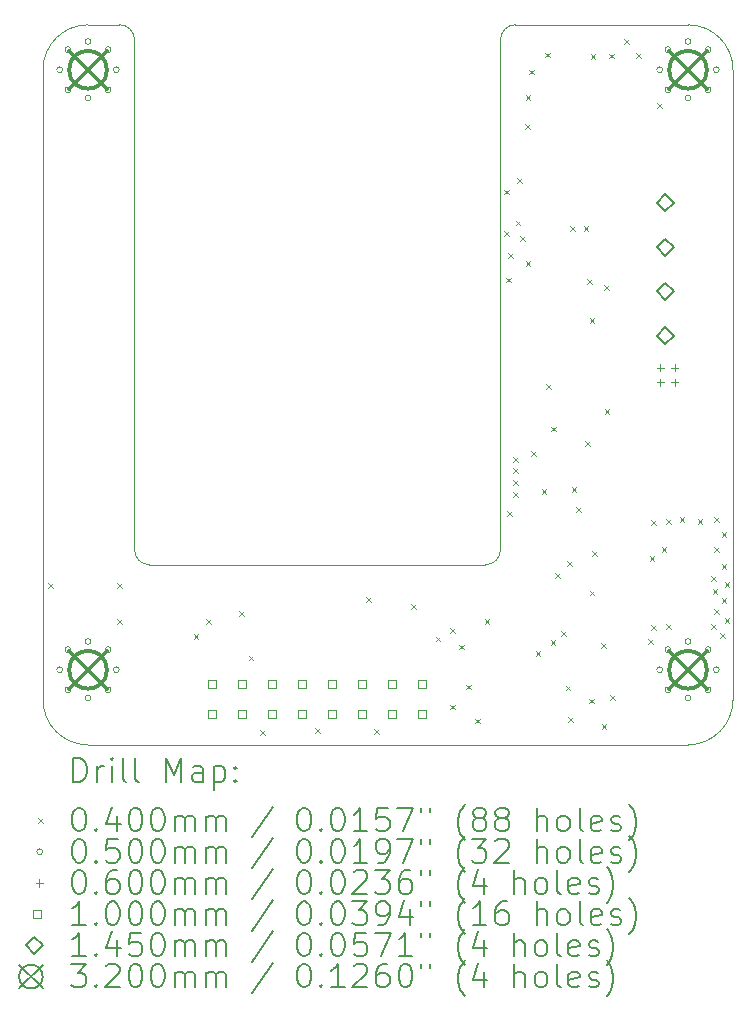
<source format=gbr>
%TF.GenerationSoftware,KiCad,Pcbnew,9.0.6*%
%TF.CreationDate,2026-01-15T23:38:00-05:00*%
%TF.ProjectId,telemetry_transmitter,74656c65-6d65-4747-9279-5f7472616e73,rev?*%
%TF.SameCoordinates,Original*%
%TF.FileFunction,Drillmap*%
%TF.FilePolarity,Positive*%
%FSLAX45Y45*%
G04 Gerber Fmt 4.5, Leading zero omitted, Abs format (unit mm)*
G04 Created by KiCad (PCBNEW 9.0.6) date 2026-01-15 23:38:00*
%MOMM*%
%LPD*%
G01*
G04 APERTURE LIST*
%ADD10C,0.050000*%
%ADD11C,0.200000*%
%ADD12C,0.100000*%
%ADD13C,0.145000*%
%ADD14C,0.320000*%
G04 APERTURE END LIST*
D10*
X14724380Y-7485380D02*
G75*
G02*
X14851380Y-7358380I127000J0D01*
G01*
X16692880Y-7739380D02*
X16692880Y-13073380D01*
X16311880Y-7358380D02*
G75*
G02*
X16692880Y-7739380I0J-381000D01*
G01*
X11231880Y-13454380D02*
G75*
G02*
X10850880Y-13073380I0J381000D01*
G01*
X11752580Y-11930380D02*
G75*
G02*
X11625580Y-11803380I0J127000D01*
G01*
X14724380Y-7485380D02*
X14724380Y-11803380D01*
X16311880Y-13454380D02*
X11231880Y-13454380D01*
X10850880Y-7739380D02*
G75*
G02*
X11231880Y-7358380I381000J0D01*
G01*
X14851380Y-7358380D02*
X16311880Y-7358380D01*
X11231880Y-7358380D02*
X11498580Y-7358380D01*
X14724380Y-11803380D02*
G75*
G02*
X14597380Y-11930380I-127000J0D01*
G01*
X14597380Y-11930380D02*
X11752580Y-11930380D01*
X11625580Y-7485380D02*
X11625580Y-11803380D01*
X11498580Y-7358380D02*
G75*
G02*
X11625580Y-7485380I0J-127000D01*
G01*
X16692880Y-13073380D02*
G75*
G02*
X16311880Y-13454380I-381000J0D01*
G01*
X10850880Y-13073380D02*
X10850880Y-7739380D01*
D11*
D12*
X10894380Y-12088180D02*
X10934380Y-12128180D01*
X10934380Y-12088180D02*
X10894380Y-12128180D01*
X11478580Y-12392980D02*
X11518580Y-12432980D01*
X11518580Y-12392980D02*
X11478580Y-12432980D01*
X11479180Y-12088180D02*
X11519180Y-12128180D01*
X11519180Y-12088180D02*
X11479180Y-12128180D01*
X12126280Y-12519980D02*
X12166280Y-12559980D01*
X12166280Y-12519980D02*
X12126280Y-12559980D01*
X12233041Y-12387819D02*
X12273041Y-12427819D01*
X12273041Y-12387819D02*
X12233041Y-12427819D01*
X12513630Y-12322820D02*
X12553630Y-12362820D01*
X12553630Y-12322820D02*
X12513630Y-12362820D01*
X12591100Y-12700320D02*
X12631100Y-12740320D01*
X12631100Y-12700320D02*
X12591100Y-12740320D01*
X12687620Y-13327700D02*
X12727620Y-13367700D01*
X12727620Y-13327700D02*
X12687620Y-13367700D01*
X13152440Y-13315000D02*
X13192440Y-13355000D01*
X13192440Y-13315000D02*
X13152440Y-13355000D01*
X13586780Y-12202480D02*
X13626780Y-12242480D01*
X13626780Y-12202480D02*
X13586780Y-12242480D01*
X13655360Y-13320080D02*
X13695360Y-13360080D01*
X13695360Y-13320080D02*
X13655360Y-13360080D01*
X13967780Y-12265980D02*
X14007780Y-12305980D01*
X14007780Y-12265980D02*
X13967780Y-12305980D01*
X14176060Y-12537760D02*
X14216060Y-12577760D01*
X14216060Y-12537760D02*
X14176060Y-12577760D01*
X14295440Y-12467600D02*
X14335440Y-12507600D01*
X14335440Y-12467600D02*
X14295440Y-12507600D01*
X14300520Y-13114340D02*
X14340520Y-13154340D01*
X14340520Y-13114340D02*
X14300520Y-13154340D01*
X14372991Y-12607691D02*
X14412991Y-12647691D01*
X14412991Y-12607691D02*
X14372991Y-12647691D01*
X14432600Y-12944160D02*
X14472600Y-12984160D01*
X14472600Y-12944160D02*
X14432600Y-12984160D01*
X14511340Y-13233720D02*
X14551340Y-13273720D01*
X14551340Y-13233720D02*
X14511340Y-13273720D01*
X14590080Y-12392980D02*
X14630080Y-12432980D01*
X14630080Y-12392980D02*
X14590080Y-12432980D01*
X14755180Y-8753160D02*
X14795180Y-8793160D01*
X14795180Y-8753160D02*
X14755180Y-8793160D01*
X14757720Y-9103680D02*
X14797720Y-9143680D01*
X14797720Y-9103680D02*
X14757720Y-9143680D01*
X14772960Y-9499920D02*
X14812960Y-9539920D01*
X14812960Y-9499920D02*
X14772960Y-9539920D01*
X14780580Y-11478580D02*
X14820580Y-11518580D01*
X14820580Y-11478580D02*
X14780580Y-11518580D01*
X14790740Y-9289100D02*
X14830740Y-9329100D01*
X14830740Y-9289100D02*
X14790740Y-9329100D01*
X14831380Y-11021380D02*
X14871380Y-11061380D01*
X14871380Y-11021380D02*
X14831380Y-11061380D01*
X14831380Y-11110280D02*
X14871380Y-11150280D01*
X14871380Y-11110280D02*
X14831380Y-11150280D01*
X14831380Y-11211880D02*
X14871380Y-11251880D01*
X14871380Y-11211880D02*
X14831380Y-11251880D01*
X14831380Y-11313480D02*
X14871380Y-11353480D01*
X14871380Y-11313480D02*
X14831380Y-11353480D01*
X14851700Y-9017320D02*
X14891700Y-9057320D01*
X14891700Y-9017320D02*
X14851700Y-9057320D01*
X14864400Y-8656640D02*
X14904400Y-8696640D01*
X14904400Y-8656640D02*
X14864400Y-8696640D01*
X14892340Y-9149400D02*
X14932340Y-9189400D01*
X14932340Y-9149400D02*
X14892340Y-9189400D01*
X14935520Y-8201980D02*
X14975520Y-8241980D01*
X14975520Y-8201980D02*
X14935520Y-8241980D01*
X14938060Y-7955600D02*
X14978060Y-7995600D01*
X14978060Y-7955600D02*
X14938060Y-7995600D01*
X14938060Y-9360220D02*
X14978060Y-9400220D01*
X14978060Y-9360220D02*
X14938060Y-9400220D01*
X14966000Y-7737160D02*
X15006000Y-7777160D01*
X15006000Y-7737160D02*
X14966000Y-7777160D01*
X14983780Y-10970580D02*
X15023780Y-11010580D01*
X15023780Y-10970580D02*
X14983780Y-11010580D01*
X15021880Y-12659680D02*
X15061880Y-12699680D01*
X15061880Y-12659680D02*
X15021880Y-12699680D01*
X15072680Y-11288080D02*
X15112680Y-11328080D01*
X15112680Y-11288080D02*
X15072680Y-11328080D01*
X15103160Y-7594920D02*
X15143160Y-7634920D01*
X15143160Y-7594920D02*
X15103160Y-7634920D01*
X15110780Y-10399080D02*
X15150780Y-10439080D01*
X15150780Y-10399080D02*
X15110780Y-10439080D01*
X15148880Y-12570780D02*
X15188880Y-12610780D01*
X15188880Y-12570780D02*
X15148880Y-12610780D01*
X15155548Y-10762027D02*
X15195548Y-10802027D01*
X15195548Y-10762027D02*
X15155548Y-10802027D01*
X15186980Y-11999280D02*
X15226980Y-12039280D01*
X15226980Y-11999280D02*
X15186980Y-12039280D01*
X15236200Y-12494580D02*
X15276200Y-12534580D01*
X15276200Y-12494580D02*
X15236200Y-12534580D01*
X15275880Y-12954320D02*
X15315880Y-12994320D01*
X15315880Y-12954320D02*
X15275880Y-12994320D01*
X15288580Y-11897680D02*
X15328580Y-11937680D01*
X15328580Y-11897680D02*
X15288580Y-11937680D01*
X15296200Y-13221020D02*
X15336200Y-13261020D01*
X15336200Y-13221020D02*
X15296200Y-13261020D01*
X15313980Y-9065580D02*
X15353980Y-9105580D01*
X15353980Y-9065580D02*
X15313980Y-9105580D01*
X15326680Y-11275380D02*
X15366680Y-11315380D01*
X15366680Y-11275380D02*
X15326680Y-11315380D01*
X15364780Y-11440480D02*
X15404780Y-11480480D01*
X15404780Y-11440480D02*
X15364780Y-11480480D01*
X15428280Y-9065580D02*
X15468280Y-9105580D01*
X15468280Y-9065580D02*
X15428280Y-9105580D01*
X15440980Y-10881680D02*
X15480980Y-10921680D01*
X15480980Y-10881680D02*
X15440980Y-10921680D01*
X15456220Y-9510080D02*
X15496220Y-9550080D01*
X15496220Y-9510080D02*
X15456220Y-9550080D01*
X15474000Y-13063540D02*
X15514000Y-13103540D01*
X15514000Y-13063540D02*
X15474000Y-13103540D01*
X15479080Y-9840280D02*
X15519080Y-9880280D01*
X15519080Y-9840280D02*
X15479080Y-9880280D01*
X15479080Y-12149140D02*
X15519080Y-12189140D01*
X15519080Y-12149140D02*
X15479080Y-12189140D01*
X15486700Y-7605080D02*
X15526700Y-7645080D01*
X15526700Y-7605080D02*
X15486700Y-7645080D01*
X15499400Y-11816400D02*
X15539400Y-11856400D01*
X15539400Y-11816400D02*
X15499400Y-11856400D01*
X15574020Y-12596180D02*
X15614020Y-12636180D01*
X15614020Y-12596180D02*
X15574020Y-12636180D01*
X15580680Y-13281980D02*
X15620680Y-13321980D01*
X15620680Y-13281980D02*
X15580680Y-13321980D01*
X15601000Y-9560880D02*
X15641000Y-9600880D01*
X15641000Y-9560880D02*
X15601000Y-9600880D01*
X15606080Y-10614980D02*
X15646080Y-10654980D01*
X15646080Y-10614980D02*
X15606080Y-10654980D01*
X15646720Y-7602540D02*
X15686720Y-7642540D01*
X15686720Y-7602540D02*
X15646720Y-7642540D01*
X15650840Y-13035600D02*
X15690840Y-13075600D01*
X15690840Y-13035600D02*
X15650840Y-13075600D01*
X15771180Y-7478080D02*
X15811180Y-7518080D01*
X15811180Y-7478080D02*
X15771180Y-7518080D01*
X15870240Y-7597460D02*
X15910240Y-7637460D01*
X15910240Y-7597460D02*
X15870240Y-7637460D01*
X15974380Y-12558080D02*
X16014380Y-12598080D01*
X16014380Y-12558080D02*
X15974380Y-12598080D01*
X15987080Y-11859580D02*
X16027080Y-11899580D01*
X16027080Y-11859580D02*
X15987080Y-11899580D01*
X15999780Y-11554780D02*
X16039780Y-11594780D01*
X16039780Y-11554780D02*
X15999780Y-11594780D01*
X15999780Y-12443780D02*
X16039780Y-12483780D01*
X16039780Y-12443780D02*
X15999780Y-12483780D01*
X16048040Y-8024180D02*
X16088040Y-8064180D01*
X16088040Y-8024180D02*
X16048040Y-8064180D01*
X16088680Y-11783380D02*
X16128680Y-11823380D01*
X16128680Y-11783380D02*
X16088680Y-11823380D01*
X16126780Y-11542080D02*
X16166780Y-11582080D01*
X16166780Y-11542080D02*
X16126780Y-11582080D01*
X16126780Y-12431080D02*
X16166780Y-12471080D01*
X16166780Y-12431080D02*
X16126780Y-12471080D01*
X16241080Y-11529380D02*
X16281080Y-11569380D01*
X16281080Y-11529380D02*
X16241080Y-11569380D01*
X16393480Y-11542080D02*
X16433480Y-11582080D01*
X16433480Y-11542080D02*
X16393480Y-11582080D01*
X16507780Y-12024680D02*
X16547780Y-12064680D01*
X16547780Y-12024680D02*
X16507780Y-12064680D01*
X16507780Y-12431080D02*
X16547780Y-12471080D01*
X16547780Y-12431080D02*
X16507780Y-12471080D01*
X16520480Y-12138980D02*
X16560480Y-12178980D01*
X16560480Y-12138980D02*
X16520480Y-12178980D01*
X16533180Y-11529380D02*
X16573180Y-11569380D01*
X16573180Y-11529380D02*
X16533180Y-11569380D01*
X16533180Y-11783380D02*
X16573180Y-11823380D01*
X16573180Y-11783380D02*
X16533180Y-11823380D01*
X16533180Y-12304080D02*
X16573180Y-12344080D01*
X16573180Y-12304080D02*
X16533180Y-12344080D01*
X16583980Y-12507280D02*
X16623980Y-12547280D01*
X16623980Y-12507280D02*
X16583980Y-12547280D01*
X16596680Y-11656380D02*
X16636680Y-11696380D01*
X16636680Y-11656380D02*
X16596680Y-11696380D01*
X16596680Y-11923080D02*
X16636680Y-11963080D01*
X16636680Y-11923080D02*
X16596680Y-11963080D01*
X16596680Y-12215180D02*
X16636680Y-12255180D01*
X16636680Y-12215180D02*
X16596680Y-12255180D01*
X16622080Y-12075480D02*
X16662080Y-12115480D01*
X16662080Y-12075480D02*
X16622080Y-12115480D01*
X16622080Y-12380280D02*
X16662080Y-12420280D01*
X16662080Y-12380280D02*
X16622080Y-12420280D01*
X11016880Y-7739380D02*
G75*
G02*
X10966880Y-7739380I-25000J0D01*
G01*
X10966880Y-7739380D02*
G75*
G02*
X11016880Y-7739380I25000J0D01*
G01*
X11016880Y-12819380D02*
G75*
G02*
X10966880Y-12819380I-25000J0D01*
G01*
X10966880Y-12819380D02*
G75*
G02*
X11016880Y-12819380I25000J0D01*
G01*
X11087174Y-7569674D02*
G75*
G02*
X11037174Y-7569674I-25000J0D01*
G01*
X11037174Y-7569674D02*
G75*
G02*
X11087174Y-7569674I25000J0D01*
G01*
X11087174Y-7909086D02*
G75*
G02*
X11037174Y-7909086I-25000J0D01*
G01*
X11037174Y-7909086D02*
G75*
G02*
X11087174Y-7909086I25000J0D01*
G01*
X11087174Y-12649674D02*
G75*
G02*
X11037174Y-12649674I-25000J0D01*
G01*
X11037174Y-12649674D02*
G75*
G02*
X11087174Y-12649674I25000J0D01*
G01*
X11087174Y-12989086D02*
G75*
G02*
X11037174Y-12989086I-25000J0D01*
G01*
X11037174Y-12989086D02*
G75*
G02*
X11087174Y-12989086I25000J0D01*
G01*
X11256880Y-7499380D02*
G75*
G02*
X11206880Y-7499380I-25000J0D01*
G01*
X11206880Y-7499380D02*
G75*
G02*
X11256880Y-7499380I25000J0D01*
G01*
X11256880Y-7979380D02*
G75*
G02*
X11206880Y-7979380I-25000J0D01*
G01*
X11206880Y-7979380D02*
G75*
G02*
X11256880Y-7979380I25000J0D01*
G01*
X11256880Y-12579380D02*
G75*
G02*
X11206880Y-12579380I-25000J0D01*
G01*
X11206880Y-12579380D02*
G75*
G02*
X11256880Y-12579380I25000J0D01*
G01*
X11256880Y-13059380D02*
G75*
G02*
X11206880Y-13059380I-25000J0D01*
G01*
X11206880Y-13059380D02*
G75*
G02*
X11256880Y-13059380I25000J0D01*
G01*
X11426586Y-7569674D02*
G75*
G02*
X11376586Y-7569674I-25000J0D01*
G01*
X11376586Y-7569674D02*
G75*
G02*
X11426586Y-7569674I25000J0D01*
G01*
X11426586Y-7909086D02*
G75*
G02*
X11376586Y-7909086I-25000J0D01*
G01*
X11376586Y-7909086D02*
G75*
G02*
X11426586Y-7909086I25000J0D01*
G01*
X11426586Y-12649674D02*
G75*
G02*
X11376586Y-12649674I-25000J0D01*
G01*
X11376586Y-12649674D02*
G75*
G02*
X11426586Y-12649674I25000J0D01*
G01*
X11426586Y-12989086D02*
G75*
G02*
X11376586Y-12989086I-25000J0D01*
G01*
X11376586Y-12989086D02*
G75*
G02*
X11426586Y-12989086I25000J0D01*
G01*
X11496880Y-7739380D02*
G75*
G02*
X11446880Y-7739380I-25000J0D01*
G01*
X11446880Y-7739380D02*
G75*
G02*
X11496880Y-7739380I25000J0D01*
G01*
X11496880Y-12819380D02*
G75*
G02*
X11446880Y-12819380I-25000J0D01*
G01*
X11446880Y-12819380D02*
G75*
G02*
X11496880Y-12819380I25000J0D01*
G01*
X16096880Y-7739380D02*
G75*
G02*
X16046880Y-7739380I-25000J0D01*
G01*
X16046880Y-7739380D02*
G75*
G02*
X16096880Y-7739380I25000J0D01*
G01*
X16096880Y-12819380D02*
G75*
G02*
X16046880Y-12819380I-25000J0D01*
G01*
X16046880Y-12819380D02*
G75*
G02*
X16096880Y-12819380I25000J0D01*
G01*
X16167174Y-7569674D02*
G75*
G02*
X16117174Y-7569674I-25000J0D01*
G01*
X16117174Y-7569674D02*
G75*
G02*
X16167174Y-7569674I25000J0D01*
G01*
X16167174Y-7909086D02*
G75*
G02*
X16117174Y-7909086I-25000J0D01*
G01*
X16117174Y-7909086D02*
G75*
G02*
X16167174Y-7909086I25000J0D01*
G01*
X16167174Y-12649674D02*
G75*
G02*
X16117174Y-12649674I-25000J0D01*
G01*
X16117174Y-12649674D02*
G75*
G02*
X16167174Y-12649674I25000J0D01*
G01*
X16167174Y-12989086D02*
G75*
G02*
X16117174Y-12989086I-25000J0D01*
G01*
X16117174Y-12989086D02*
G75*
G02*
X16167174Y-12989086I25000J0D01*
G01*
X16336880Y-7499380D02*
G75*
G02*
X16286880Y-7499380I-25000J0D01*
G01*
X16286880Y-7499380D02*
G75*
G02*
X16336880Y-7499380I25000J0D01*
G01*
X16336880Y-7979380D02*
G75*
G02*
X16286880Y-7979380I-25000J0D01*
G01*
X16286880Y-7979380D02*
G75*
G02*
X16336880Y-7979380I25000J0D01*
G01*
X16336880Y-12579380D02*
G75*
G02*
X16286880Y-12579380I-25000J0D01*
G01*
X16286880Y-12579380D02*
G75*
G02*
X16336880Y-12579380I25000J0D01*
G01*
X16336880Y-13059380D02*
G75*
G02*
X16286880Y-13059380I-25000J0D01*
G01*
X16286880Y-13059380D02*
G75*
G02*
X16336880Y-13059380I25000J0D01*
G01*
X16506586Y-7569674D02*
G75*
G02*
X16456586Y-7569674I-25000J0D01*
G01*
X16456586Y-7569674D02*
G75*
G02*
X16506586Y-7569674I25000J0D01*
G01*
X16506586Y-7909086D02*
G75*
G02*
X16456586Y-7909086I-25000J0D01*
G01*
X16456586Y-7909086D02*
G75*
G02*
X16506586Y-7909086I25000J0D01*
G01*
X16506586Y-12649674D02*
G75*
G02*
X16456586Y-12649674I-25000J0D01*
G01*
X16456586Y-12649674D02*
G75*
G02*
X16506586Y-12649674I25000J0D01*
G01*
X16506586Y-12989086D02*
G75*
G02*
X16456586Y-12989086I-25000J0D01*
G01*
X16456586Y-12989086D02*
G75*
G02*
X16506586Y-12989086I25000J0D01*
G01*
X16576880Y-7739380D02*
G75*
G02*
X16526880Y-7739380I-25000J0D01*
G01*
X16526880Y-7739380D02*
G75*
G02*
X16576880Y-7739380I25000J0D01*
G01*
X16576880Y-12819380D02*
G75*
G02*
X16526880Y-12819380I-25000J0D01*
G01*
X16526880Y-12819380D02*
G75*
G02*
X16576880Y-12819380I25000J0D01*
G01*
X16076180Y-10231080D02*
X16076180Y-10291080D01*
X16046180Y-10261080D02*
X16106180Y-10261080D01*
X16076180Y-10356080D02*
X16076180Y-10416080D01*
X16046180Y-10386080D02*
X16106180Y-10386080D01*
X16201180Y-10231080D02*
X16201180Y-10291080D01*
X16171180Y-10261080D02*
X16231180Y-10261080D01*
X16201180Y-10356080D02*
X16201180Y-10416080D01*
X16171180Y-10386080D02*
X16231180Y-10386080D01*
X12319836Y-12972736D02*
X12319836Y-12902024D01*
X12249124Y-12902024D01*
X12249124Y-12972736D01*
X12319836Y-12972736D01*
X12319836Y-13226736D02*
X12319836Y-13156024D01*
X12249124Y-13156024D01*
X12249124Y-13226736D01*
X12319836Y-13226736D01*
X12573836Y-12972736D02*
X12573836Y-12902024D01*
X12503124Y-12902024D01*
X12503124Y-12972736D01*
X12573836Y-12972736D01*
X12573836Y-13226736D02*
X12573836Y-13156024D01*
X12503124Y-13156024D01*
X12503124Y-13226736D01*
X12573836Y-13226736D01*
X12827836Y-12972736D02*
X12827836Y-12902024D01*
X12757124Y-12902024D01*
X12757124Y-12972736D01*
X12827836Y-12972736D01*
X12827836Y-13226736D02*
X12827836Y-13156024D01*
X12757124Y-13156024D01*
X12757124Y-13226736D01*
X12827836Y-13226736D01*
X13081836Y-12972736D02*
X13081836Y-12902024D01*
X13011124Y-12902024D01*
X13011124Y-12972736D01*
X13081836Y-12972736D01*
X13081836Y-13226736D02*
X13081836Y-13156024D01*
X13011124Y-13156024D01*
X13011124Y-13226736D01*
X13081836Y-13226736D01*
X13335836Y-12972736D02*
X13335836Y-12902024D01*
X13265124Y-12902024D01*
X13265124Y-12972736D01*
X13335836Y-12972736D01*
X13335836Y-13226736D02*
X13335836Y-13156024D01*
X13265124Y-13156024D01*
X13265124Y-13226736D01*
X13335836Y-13226736D01*
X13589836Y-12972736D02*
X13589836Y-12902024D01*
X13519124Y-12902024D01*
X13519124Y-12972736D01*
X13589836Y-12972736D01*
X13589836Y-13226736D02*
X13589836Y-13156024D01*
X13519124Y-13156024D01*
X13519124Y-13226736D01*
X13589836Y-13226736D01*
X13843836Y-12972736D02*
X13843836Y-12902024D01*
X13773124Y-12902024D01*
X13773124Y-12972736D01*
X13843836Y-12972736D01*
X13843836Y-13226736D02*
X13843836Y-13156024D01*
X13773124Y-13156024D01*
X13773124Y-13226736D01*
X13843836Y-13226736D01*
X14097836Y-12972736D02*
X14097836Y-12902024D01*
X14027124Y-12902024D01*
X14027124Y-12972736D01*
X14097836Y-12972736D01*
X14097836Y-13226736D02*
X14097836Y-13156024D01*
X14027124Y-13156024D01*
X14027124Y-13226736D01*
X14097836Y-13226736D01*
D13*
X16118180Y-8938580D02*
X16190680Y-8866080D01*
X16118180Y-8793580D01*
X16045680Y-8866080D01*
X16118180Y-8938580D01*
X16118180Y-9313580D02*
X16190680Y-9241080D01*
X16118180Y-9168580D01*
X16045680Y-9241080D01*
X16118180Y-9313580D01*
X16118180Y-9688580D02*
X16190680Y-9616080D01*
X16118180Y-9543580D01*
X16045680Y-9616080D01*
X16118180Y-9688580D01*
X16118180Y-10063580D02*
X16190680Y-9991080D01*
X16118180Y-9918580D01*
X16045680Y-9991080D01*
X16118180Y-10063580D01*
D14*
X11071880Y-7579380D02*
X11391880Y-7899380D01*
X11391880Y-7579380D02*
X11071880Y-7899380D01*
X11391880Y-7739380D02*
G75*
G02*
X11071880Y-7739380I-160000J0D01*
G01*
X11071880Y-7739380D02*
G75*
G02*
X11391880Y-7739380I160000J0D01*
G01*
X11071880Y-12659380D02*
X11391880Y-12979380D01*
X11391880Y-12659380D02*
X11071880Y-12979380D01*
X11391880Y-12819380D02*
G75*
G02*
X11071880Y-12819380I-160000J0D01*
G01*
X11071880Y-12819380D02*
G75*
G02*
X11391880Y-12819380I160000J0D01*
G01*
X16151880Y-7579380D02*
X16471880Y-7899380D01*
X16471880Y-7579380D02*
X16151880Y-7899380D01*
X16471880Y-7739380D02*
G75*
G02*
X16151880Y-7739380I-160000J0D01*
G01*
X16151880Y-7739380D02*
G75*
G02*
X16471880Y-7739380I160000J0D01*
G01*
X16151880Y-12659380D02*
X16471880Y-12979380D01*
X16471880Y-12659380D02*
X16151880Y-12979380D01*
X16471880Y-12819380D02*
G75*
G02*
X16151880Y-12819380I-160000J0D01*
G01*
X16151880Y-12819380D02*
G75*
G02*
X16471880Y-12819380I160000J0D01*
G01*
D11*
X11109157Y-13768364D02*
X11109157Y-13568364D01*
X11109157Y-13568364D02*
X11156776Y-13568364D01*
X11156776Y-13568364D02*
X11185347Y-13577888D01*
X11185347Y-13577888D02*
X11204395Y-13596935D01*
X11204395Y-13596935D02*
X11213919Y-13615983D01*
X11213919Y-13615983D02*
X11223442Y-13654078D01*
X11223442Y-13654078D02*
X11223442Y-13682649D01*
X11223442Y-13682649D02*
X11213919Y-13720745D01*
X11213919Y-13720745D02*
X11204395Y-13739792D01*
X11204395Y-13739792D02*
X11185347Y-13758840D01*
X11185347Y-13758840D02*
X11156776Y-13768364D01*
X11156776Y-13768364D02*
X11109157Y-13768364D01*
X11309157Y-13768364D02*
X11309157Y-13635030D01*
X11309157Y-13673126D02*
X11318681Y-13654078D01*
X11318681Y-13654078D02*
X11328204Y-13644554D01*
X11328204Y-13644554D02*
X11347252Y-13635030D01*
X11347252Y-13635030D02*
X11366300Y-13635030D01*
X11432966Y-13768364D02*
X11432966Y-13635030D01*
X11432966Y-13568364D02*
X11423442Y-13577888D01*
X11423442Y-13577888D02*
X11432966Y-13587411D01*
X11432966Y-13587411D02*
X11442490Y-13577888D01*
X11442490Y-13577888D02*
X11432966Y-13568364D01*
X11432966Y-13568364D02*
X11432966Y-13587411D01*
X11556776Y-13768364D02*
X11537728Y-13758840D01*
X11537728Y-13758840D02*
X11528204Y-13739792D01*
X11528204Y-13739792D02*
X11528204Y-13568364D01*
X11661538Y-13768364D02*
X11642490Y-13758840D01*
X11642490Y-13758840D02*
X11632966Y-13739792D01*
X11632966Y-13739792D02*
X11632966Y-13568364D01*
X11890109Y-13768364D02*
X11890109Y-13568364D01*
X11890109Y-13568364D02*
X11956776Y-13711221D01*
X11956776Y-13711221D02*
X12023442Y-13568364D01*
X12023442Y-13568364D02*
X12023442Y-13768364D01*
X12204395Y-13768364D02*
X12204395Y-13663602D01*
X12204395Y-13663602D02*
X12194871Y-13644554D01*
X12194871Y-13644554D02*
X12175823Y-13635030D01*
X12175823Y-13635030D02*
X12137728Y-13635030D01*
X12137728Y-13635030D02*
X12118681Y-13644554D01*
X12204395Y-13758840D02*
X12185347Y-13768364D01*
X12185347Y-13768364D02*
X12137728Y-13768364D01*
X12137728Y-13768364D02*
X12118681Y-13758840D01*
X12118681Y-13758840D02*
X12109157Y-13739792D01*
X12109157Y-13739792D02*
X12109157Y-13720745D01*
X12109157Y-13720745D02*
X12118681Y-13701697D01*
X12118681Y-13701697D02*
X12137728Y-13692173D01*
X12137728Y-13692173D02*
X12185347Y-13692173D01*
X12185347Y-13692173D02*
X12204395Y-13682649D01*
X12299633Y-13635030D02*
X12299633Y-13835030D01*
X12299633Y-13644554D02*
X12318681Y-13635030D01*
X12318681Y-13635030D02*
X12356776Y-13635030D01*
X12356776Y-13635030D02*
X12375823Y-13644554D01*
X12375823Y-13644554D02*
X12385347Y-13654078D01*
X12385347Y-13654078D02*
X12394871Y-13673126D01*
X12394871Y-13673126D02*
X12394871Y-13730268D01*
X12394871Y-13730268D02*
X12385347Y-13749316D01*
X12385347Y-13749316D02*
X12375823Y-13758840D01*
X12375823Y-13758840D02*
X12356776Y-13768364D01*
X12356776Y-13768364D02*
X12318681Y-13768364D01*
X12318681Y-13768364D02*
X12299633Y-13758840D01*
X12480585Y-13749316D02*
X12490109Y-13758840D01*
X12490109Y-13758840D02*
X12480585Y-13768364D01*
X12480585Y-13768364D02*
X12471062Y-13758840D01*
X12471062Y-13758840D02*
X12480585Y-13749316D01*
X12480585Y-13749316D02*
X12480585Y-13768364D01*
X12480585Y-13644554D02*
X12490109Y-13654078D01*
X12490109Y-13654078D02*
X12480585Y-13663602D01*
X12480585Y-13663602D02*
X12471062Y-13654078D01*
X12471062Y-13654078D02*
X12480585Y-13644554D01*
X12480585Y-13644554D02*
X12480585Y-13663602D01*
D12*
X10808380Y-14076880D02*
X10848380Y-14116880D01*
X10848380Y-14076880D02*
X10808380Y-14116880D01*
D11*
X11147252Y-13988364D02*
X11166300Y-13988364D01*
X11166300Y-13988364D02*
X11185347Y-13997888D01*
X11185347Y-13997888D02*
X11194871Y-14007411D01*
X11194871Y-14007411D02*
X11204395Y-14026459D01*
X11204395Y-14026459D02*
X11213919Y-14064554D01*
X11213919Y-14064554D02*
X11213919Y-14112173D01*
X11213919Y-14112173D02*
X11204395Y-14150268D01*
X11204395Y-14150268D02*
X11194871Y-14169316D01*
X11194871Y-14169316D02*
X11185347Y-14178840D01*
X11185347Y-14178840D02*
X11166300Y-14188364D01*
X11166300Y-14188364D02*
X11147252Y-14188364D01*
X11147252Y-14188364D02*
X11128204Y-14178840D01*
X11128204Y-14178840D02*
X11118681Y-14169316D01*
X11118681Y-14169316D02*
X11109157Y-14150268D01*
X11109157Y-14150268D02*
X11099633Y-14112173D01*
X11099633Y-14112173D02*
X11099633Y-14064554D01*
X11099633Y-14064554D02*
X11109157Y-14026459D01*
X11109157Y-14026459D02*
X11118681Y-14007411D01*
X11118681Y-14007411D02*
X11128204Y-13997888D01*
X11128204Y-13997888D02*
X11147252Y-13988364D01*
X11299633Y-14169316D02*
X11309157Y-14178840D01*
X11309157Y-14178840D02*
X11299633Y-14188364D01*
X11299633Y-14188364D02*
X11290109Y-14178840D01*
X11290109Y-14178840D02*
X11299633Y-14169316D01*
X11299633Y-14169316D02*
X11299633Y-14188364D01*
X11480585Y-14055030D02*
X11480585Y-14188364D01*
X11432966Y-13978840D02*
X11385347Y-14121697D01*
X11385347Y-14121697D02*
X11509157Y-14121697D01*
X11623442Y-13988364D02*
X11642490Y-13988364D01*
X11642490Y-13988364D02*
X11661538Y-13997888D01*
X11661538Y-13997888D02*
X11671062Y-14007411D01*
X11671062Y-14007411D02*
X11680585Y-14026459D01*
X11680585Y-14026459D02*
X11690109Y-14064554D01*
X11690109Y-14064554D02*
X11690109Y-14112173D01*
X11690109Y-14112173D02*
X11680585Y-14150268D01*
X11680585Y-14150268D02*
X11671062Y-14169316D01*
X11671062Y-14169316D02*
X11661538Y-14178840D01*
X11661538Y-14178840D02*
X11642490Y-14188364D01*
X11642490Y-14188364D02*
X11623442Y-14188364D01*
X11623442Y-14188364D02*
X11604395Y-14178840D01*
X11604395Y-14178840D02*
X11594871Y-14169316D01*
X11594871Y-14169316D02*
X11585347Y-14150268D01*
X11585347Y-14150268D02*
X11575823Y-14112173D01*
X11575823Y-14112173D02*
X11575823Y-14064554D01*
X11575823Y-14064554D02*
X11585347Y-14026459D01*
X11585347Y-14026459D02*
X11594871Y-14007411D01*
X11594871Y-14007411D02*
X11604395Y-13997888D01*
X11604395Y-13997888D02*
X11623442Y-13988364D01*
X11813919Y-13988364D02*
X11832966Y-13988364D01*
X11832966Y-13988364D02*
X11852014Y-13997888D01*
X11852014Y-13997888D02*
X11861538Y-14007411D01*
X11861538Y-14007411D02*
X11871062Y-14026459D01*
X11871062Y-14026459D02*
X11880585Y-14064554D01*
X11880585Y-14064554D02*
X11880585Y-14112173D01*
X11880585Y-14112173D02*
X11871062Y-14150268D01*
X11871062Y-14150268D02*
X11861538Y-14169316D01*
X11861538Y-14169316D02*
X11852014Y-14178840D01*
X11852014Y-14178840D02*
X11832966Y-14188364D01*
X11832966Y-14188364D02*
X11813919Y-14188364D01*
X11813919Y-14188364D02*
X11794871Y-14178840D01*
X11794871Y-14178840D02*
X11785347Y-14169316D01*
X11785347Y-14169316D02*
X11775823Y-14150268D01*
X11775823Y-14150268D02*
X11766300Y-14112173D01*
X11766300Y-14112173D02*
X11766300Y-14064554D01*
X11766300Y-14064554D02*
X11775823Y-14026459D01*
X11775823Y-14026459D02*
X11785347Y-14007411D01*
X11785347Y-14007411D02*
X11794871Y-13997888D01*
X11794871Y-13997888D02*
X11813919Y-13988364D01*
X11966300Y-14188364D02*
X11966300Y-14055030D01*
X11966300Y-14074078D02*
X11975823Y-14064554D01*
X11975823Y-14064554D02*
X11994871Y-14055030D01*
X11994871Y-14055030D02*
X12023443Y-14055030D01*
X12023443Y-14055030D02*
X12042490Y-14064554D01*
X12042490Y-14064554D02*
X12052014Y-14083602D01*
X12052014Y-14083602D02*
X12052014Y-14188364D01*
X12052014Y-14083602D02*
X12061538Y-14064554D01*
X12061538Y-14064554D02*
X12080585Y-14055030D01*
X12080585Y-14055030D02*
X12109157Y-14055030D01*
X12109157Y-14055030D02*
X12128204Y-14064554D01*
X12128204Y-14064554D02*
X12137728Y-14083602D01*
X12137728Y-14083602D02*
X12137728Y-14188364D01*
X12232966Y-14188364D02*
X12232966Y-14055030D01*
X12232966Y-14074078D02*
X12242490Y-14064554D01*
X12242490Y-14064554D02*
X12261538Y-14055030D01*
X12261538Y-14055030D02*
X12290109Y-14055030D01*
X12290109Y-14055030D02*
X12309157Y-14064554D01*
X12309157Y-14064554D02*
X12318681Y-14083602D01*
X12318681Y-14083602D02*
X12318681Y-14188364D01*
X12318681Y-14083602D02*
X12328204Y-14064554D01*
X12328204Y-14064554D02*
X12347252Y-14055030D01*
X12347252Y-14055030D02*
X12375823Y-14055030D01*
X12375823Y-14055030D02*
X12394871Y-14064554D01*
X12394871Y-14064554D02*
X12404395Y-14083602D01*
X12404395Y-14083602D02*
X12404395Y-14188364D01*
X12794871Y-13978840D02*
X12623443Y-14235983D01*
X13052014Y-13988364D02*
X13071062Y-13988364D01*
X13071062Y-13988364D02*
X13090109Y-13997888D01*
X13090109Y-13997888D02*
X13099633Y-14007411D01*
X13099633Y-14007411D02*
X13109157Y-14026459D01*
X13109157Y-14026459D02*
X13118681Y-14064554D01*
X13118681Y-14064554D02*
X13118681Y-14112173D01*
X13118681Y-14112173D02*
X13109157Y-14150268D01*
X13109157Y-14150268D02*
X13099633Y-14169316D01*
X13099633Y-14169316D02*
X13090109Y-14178840D01*
X13090109Y-14178840D02*
X13071062Y-14188364D01*
X13071062Y-14188364D02*
X13052014Y-14188364D01*
X13052014Y-14188364D02*
X13032966Y-14178840D01*
X13032966Y-14178840D02*
X13023443Y-14169316D01*
X13023443Y-14169316D02*
X13013919Y-14150268D01*
X13013919Y-14150268D02*
X13004395Y-14112173D01*
X13004395Y-14112173D02*
X13004395Y-14064554D01*
X13004395Y-14064554D02*
X13013919Y-14026459D01*
X13013919Y-14026459D02*
X13023443Y-14007411D01*
X13023443Y-14007411D02*
X13032966Y-13997888D01*
X13032966Y-13997888D02*
X13052014Y-13988364D01*
X13204395Y-14169316D02*
X13213919Y-14178840D01*
X13213919Y-14178840D02*
X13204395Y-14188364D01*
X13204395Y-14188364D02*
X13194871Y-14178840D01*
X13194871Y-14178840D02*
X13204395Y-14169316D01*
X13204395Y-14169316D02*
X13204395Y-14188364D01*
X13337728Y-13988364D02*
X13356776Y-13988364D01*
X13356776Y-13988364D02*
X13375824Y-13997888D01*
X13375824Y-13997888D02*
X13385347Y-14007411D01*
X13385347Y-14007411D02*
X13394871Y-14026459D01*
X13394871Y-14026459D02*
X13404395Y-14064554D01*
X13404395Y-14064554D02*
X13404395Y-14112173D01*
X13404395Y-14112173D02*
X13394871Y-14150268D01*
X13394871Y-14150268D02*
X13385347Y-14169316D01*
X13385347Y-14169316D02*
X13375824Y-14178840D01*
X13375824Y-14178840D02*
X13356776Y-14188364D01*
X13356776Y-14188364D02*
X13337728Y-14188364D01*
X13337728Y-14188364D02*
X13318681Y-14178840D01*
X13318681Y-14178840D02*
X13309157Y-14169316D01*
X13309157Y-14169316D02*
X13299633Y-14150268D01*
X13299633Y-14150268D02*
X13290109Y-14112173D01*
X13290109Y-14112173D02*
X13290109Y-14064554D01*
X13290109Y-14064554D02*
X13299633Y-14026459D01*
X13299633Y-14026459D02*
X13309157Y-14007411D01*
X13309157Y-14007411D02*
X13318681Y-13997888D01*
X13318681Y-13997888D02*
X13337728Y-13988364D01*
X13594871Y-14188364D02*
X13480586Y-14188364D01*
X13537728Y-14188364D02*
X13537728Y-13988364D01*
X13537728Y-13988364D02*
X13518681Y-14016935D01*
X13518681Y-14016935D02*
X13499633Y-14035983D01*
X13499633Y-14035983D02*
X13480586Y-14045507D01*
X13775824Y-13988364D02*
X13680586Y-13988364D01*
X13680586Y-13988364D02*
X13671062Y-14083602D01*
X13671062Y-14083602D02*
X13680586Y-14074078D01*
X13680586Y-14074078D02*
X13699633Y-14064554D01*
X13699633Y-14064554D02*
X13747252Y-14064554D01*
X13747252Y-14064554D02*
X13766300Y-14074078D01*
X13766300Y-14074078D02*
X13775824Y-14083602D01*
X13775824Y-14083602D02*
X13785347Y-14102649D01*
X13785347Y-14102649D02*
X13785347Y-14150268D01*
X13785347Y-14150268D02*
X13775824Y-14169316D01*
X13775824Y-14169316D02*
X13766300Y-14178840D01*
X13766300Y-14178840D02*
X13747252Y-14188364D01*
X13747252Y-14188364D02*
X13699633Y-14188364D01*
X13699633Y-14188364D02*
X13680586Y-14178840D01*
X13680586Y-14178840D02*
X13671062Y-14169316D01*
X13852014Y-13988364D02*
X13985347Y-13988364D01*
X13985347Y-13988364D02*
X13899633Y-14188364D01*
X14052014Y-13988364D02*
X14052014Y-14026459D01*
X14128205Y-13988364D02*
X14128205Y-14026459D01*
X14423443Y-14264554D02*
X14413919Y-14255030D01*
X14413919Y-14255030D02*
X14394871Y-14226459D01*
X14394871Y-14226459D02*
X14385348Y-14207411D01*
X14385348Y-14207411D02*
X14375824Y-14178840D01*
X14375824Y-14178840D02*
X14366300Y-14131221D01*
X14366300Y-14131221D02*
X14366300Y-14093126D01*
X14366300Y-14093126D02*
X14375824Y-14045507D01*
X14375824Y-14045507D02*
X14385348Y-14016935D01*
X14385348Y-14016935D02*
X14394871Y-13997888D01*
X14394871Y-13997888D02*
X14413919Y-13969316D01*
X14413919Y-13969316D02*
X14423443Y-13959792D01*
X14528205Y-14074078D02*
X14509157Y-14064554D01*
X14509157Y-14064554D02*
X14499633Y-14055030D01*
X14499633Y-14055030D02*
X14490109Y-14035983D01*
X14490109Y-14035983D02*
X14490109Y-14026459D01*
X14490109Y-14026459D02*
X14499633Y-14007411D01*
X14499633Y-14007411D02*
X14509157Y-13997888D01*
X14509157Y-13997888D02*
X14528205Y-13988364D01*
X14528205Y-13988364D02*
X14566300Y-13988364D01*
X14566300Y-13988364D02*
X14585348Y-13997888D01*
X14585348Y-13997888D02*
X14594871Y-14007411D01*
X14594871Y-14007411D02*
X14604395Y-14026459D01*
X14604395Y-14026459D02*
X14604395Y-14035983D01*
X14604395Y-14035983D02*
X14594871Y-14055030D01*
X14594871Y-14055030D02*
X14585348Y-14064554D01*
X14585348Y-14064554D02*
X14566300Y-14074078D01*
X14566300Y-14074078D02*
X14528205Y-14074078D01*
X14528205Y-14074078D02*
X14509157Y-14083602D01*
X14509157Y-14083602D02*
X14499633Y-14093126D01*
X14499633Y-14093126D02*
X14490109Y-14112173D01*
X14490109Y-14112173D02*
X14490109Y-14150268D01*
X14490109Y-14150268D02*
X14499633Y-14169316D01*
X14499633Y-14169316D02*
X14509157Y-14178840D01*
X14509157Y-14178840D02*
X14528205Y-14188364D01*
X14528205Y-14188364D02*
X14566300Y-14188364D01*
X14566300Y-14188364D02*
X14585348Y-14178840D01*
X14585348Y-14178840D02*
X14594871Y-14169316D01*
X14594871Y-14169316D02*
X14604395Y-14150268D01*
X14604395Y-14150268D02*
X14604395Y-14112173D01*
X14604395Y-14112173D02*
X14594871Y-14093126D01*
X14594871Y-14093126D02*
X14585348Y-14083602D01*
X14585348Y-14083602D02*
X14566300Y-14074078D01*
X14718681Y-14074078D02*
X14699633Y-14064554D01*
X14699633Y-14064554D02*
X14690109Y-14055030D01*
X14690109Y-14055030D02*
X14680586Y-14035983D01*
X14680586Y-14035983D02*
X14680586Y-14026459D01*
X14680586Y-14026459D02*
X14690109Y-14007411D01*
X14690109Y-14007411D02*
X14699633Y-13997888D01*
X14699633Y-13997888D02*
X14718681Y-13988364D01*
X14718681Y-13988364D02*
X14756776Y-13988364D01*
X14756776Y-13988364D02*
X14775824Y-13997888D01*
X14775824Y-13997888D02*
X14785348Y-14007411D01*
X14785348Y-14007411D02*
X14794871Y-14026459D01*
X14794871Y-14026459D02*
X14794871Y-14035983D01*
X14794871Y-14035983D02*
X14785348Y-14055030D01*
X14785348Y-14055030D02*
X14775824Y-14064554D01*
X14775824Y-14064554D02*
X14756776Y-14074078D01*
X14756776Y-14074078D02*
X14718681Y-14074078D01*
X14718681Y-14074078D02*
X14699633Y-14083602D01*
X14699633Y-14083602D02*
X14690109Y-14093126D01*
X14690109Y-14093126D02*
X14680586Y-14112173D01*
X14680586Y-14112173D02*
X14680586Y-14150268D01*
X14680586Y-14150268D02*
X14690109Y-14169316D01*
X14690109Y-14169316D02*
X14699633Y-14178840D01*
X14699633Y-14178840D02*
X14718681Y-14188364D01*
X14718681Y-14188364D02*
X14756776Y-14188364D01*
X14756776Y-14188364D02*
X14775824Y-14178840D01*
X14775824Y-14178840D02*
X14785348Y-14169316D01*
X14785348Y-14169316D02*
X14794871Y-14150268D01*
X14794871Y-14150268D02*
X14794871Y-14112173D01*
X14794871Y-14112173D02*
X14785348Y-14093126D01*
X14785348Y-14093126D02*
X14775824Y-14083602D01*
X14775824Y-14083602D02*
X14756776Y-14074078D01*
X15032967Y-14188364D02*
X15032967Y-13988364D01*
X15118681Y-14188364D02*
X15118681Y-14083602D01*
X15118681Y-14083602D02*
X15109157Y-14064554D01*
X15109157Y-14064554D02*
X15090110Y-14055030D01*
X15090110Y-14055030D02*
X15061538Y-14055030D01*
X15061538Y-14055030D02*
X15042490Y-14064554D01*
X15042490Y-14064554D02*
X15032967Y-14074078D01*
X15242490Y-14188364D02*
X15223443Y-14178840D01*
X15223443Y-14178840D02*
X15213919Y-14169316D01*
X15213919Y-14169316D02*
X15204395Y-14150268D01*
X15204395Y-14150268D02*
X15204395Y-14093126D01*
X15204395Y-14093126D02*
X15213919Y-14074078D01*
X15213919Y-14074078D02*
X15223443Y-14064554D01*
X15223443Y-14064554D02*
X15242490Y-14055030D01*
X15242490Y-14055030D02*
X15271062Y-14055030D01*
X15271062Y-14055030D02*
X15290110Y-14064554D01*
X15290110Y-14064554D02*
X15299633Y-14074078D01*
X15299633Y-14074078D02*
X15309157Y-14093126D01*
X15309157Y-14093126D02*
X15309157Y-14150268D01*
X15309157Y-14150268D02*
X15299633Y-14169316D01*
X15299633Y-14169316D02*
X15290110Y-14178840D01*
X15290110Y-14178840D02*
X15271062Y-14188364D01*
X15271062Y-14188364D02*
X15242490Y-14188364D01*
X15423443Y-14188364D02*
X15404395Y-14178840D01*
X15404395Y-14178840D02*
X15394871Y-14159792D01*
X15394871Y-14159792D02*
X15394871Y-13988364D01*
X15575824Y-14178840D02*
X15556776Y-14188364D01*
X15556776Y-14188364D02*
X15518681Y-14188364D01*
X15518681Y-14188364D02*
X15499633Y-14178840D01*
X15499633Y-14178840D02*
X15490110Y-14159792D01*
X15490110Y-14159792D02*
X15490110Y-14083602D01*
X15490110Y-14083602D02*
X15499633Y-14064554D01*
X15499633Y-14064554D02*
X15518681Y-14055030D01*
X15518681Y-14055030D02*
X15556776Y-14055030D01*
X15556776Y-14055030D02*
X15575824Y-14064554D01*
X15575824Y-14064554D02*
X15585348Y-14083602D01*
X15585348Y-14083602D02*
X15585348Y-14102649D01*
X15585348Y-14102649D02*
X15490110Y-14121697D01*
X15661538Y-14178840D02*
X15680586Y-14188364D01*
X15680586Y-14188364D02*
X15718681Y-14188364D01*
X15718681Y-14188364D02*
X15737729Y-14178840D01*
X15737729Y-14178840D02*
X15747252Y-14159792D01*
X15747252Y-14159792D02*
X15747252Y-14150268D01*
X15747252Y-14150268D02*
X15737729Y-14131221D01*
X15737729Y-14131221D02*
X15718681Y-14121697D01*
X15718681Y-14121697D02*
X15690110Y-14121697D01*
X15690110Y-14121697D02*
X15671062Y-14112173D01*
X15671062Y-14112173D02*
X15661538Y-14093126D01*
X15661538Y-14093126D02*
X15661538Y-14083602D01*
X15661538Y-14083602D02*
X15671062Y-14064554D01*
X15671062Y-14064554D02*
X15690110Y-14055030D01*
X15690110Y-14055030D02*
X15718681Y-14055030D01*
X15718681Y-14055030D02*
X15737729Y-14064554D01*
X15813919Y-14264554D02*
X15823443Y-14255030D01*
X15823443Y-14255030D02*
X15842491Y-14226459D01*
X15842491Y-14226459D02*
X15852014Y-14207411D01*
X15852014Y-14207411D02*
X15861538Y-14178840D01*
X15861538Y-14178840D02*
X15871062Y-14131221D01*
X15871062Y-14131221D02*
X15871062Y-14093126D01*
X15871062Y-14093126D02*
X15861538Y-14045507D01*
X15861538Y-14045507D02*
X15852014Y-14016935D01*
X15852014Y-14016935D02*
X15842491Y-13997888D01*
X15842491Y-13997888D02*
X15823443Y-13969316D01*
X15823443Y-13969316D02*
X15813919Y-13959792D01*
D12*
X10848380Y-14360880D02*
G75*
G02*
X10798380Y-14360880I-25000J0D01*
G01*
X10798380Y-14360880D02*
G75*
G02*
X10848380Y-14360880I25000J0D01*
G01*
D11*
X11147252Y-14252364D02*
X11166300Y-14252364D01*
X11166300Y-14252364D02*
X11185347Y-14261888D01*
X11185347Y-14261888D02*
X11194871Y-14271411D01*
X11194871Y-14271411D02*
X11204395Y-14290459D01*
X11204395Y-14290459D02*
X11213919Y-14328554D01*
X11213919Y-14328554D02*
X11213919Y-14376173D01*
X11213919Y-14376173D02*
X11204395Y-14414268D01*
X11204395Y-14414268D02*
X11194871Y-14433316D01*
X11194871Y-14433316D02*
X11185347Y-14442840D01*
X11185347Y-14442840D02*
X11166300Y-14452364D01*
X11166300Y-14452364D02*
X11147252Y-14452364D01*
X11147252Y-14452364D02*
X11128204Y-14442840D01*
X11128204Y-14442840D02*
X11118681Y-14433316D01*
X11118681Y-14433316D02*
X11109157Y-14414268D01*
X11109157Y-14414268D02*
X11099633Y-14376173D01*
X11099633Y-14376173D02*
X11099633Y-14328554D01*
X11099633Y-14328554D02*
X11109157Y-14290459D01*
X11109157Y-14290459D02*
X11118681Y-14271411D01*
X11118681Y-14271411D02*
X11128204Y-14261888D01*
X11128204Y-14261888D02*
X11147252Y-14252364D01*
X11299633Y-14433316D02*
X11309157Y-14442840D01*
X11309157Y-14442840D02*
X11299633Y-14452364D01*
X11299633Y-14452364D02*
X11290109Y-14442840D01*
X11290109Y-14442840D02*
X11299633Y-14433316D01*
X11299633Y-14433316D02*
X11299633Y-14452364D01*
X11490109Y-14252364D02*
X11394871Y-14252364D01*
X11394871Y-14252364D02*
X11385347Y-14347602D01*
X11385347Y-14347602D02*
X11394871Y-14338078D01*
X11394871Y-14338078D02*
X11413919Y-14328554D01*
X11413919Y-14328554D02*
X11461538Y-14328554D01*
X11461538Y-14328554D02*
X11480585Y-14338078D01*
X11480585Y-14338078D02*
X11490109Y-14347602D01*
X11490109Y-14347602D02*
X11499633Y-14366649D01*
X11499633Y-14366649D02*
X11499633Y-14414268D01*
X11499633Y-14414268D02*
X11490109Y-14433316D01*
X11490109Y-14433316D02*
X11480585Y-14442840D01*
X11480585Y-14442840D02*
X11461538Y-14452364D01*
X11461538Y-14452364D02*
X11413919Y-14452364D01*
X11413919Y-14452364D02*
X11394871Y-14442840D01*
X11394871Y-14442840D02*
X11385347Y-14433316D01*
X11623442Y-14252364D02*
X11642490Y-14252364D01*
X11642490Y-14252364D02*
X11661538Y-14261888D01*
X11661538Y-14261888D02*
X11671062Y-14271411D01*
X11671062Y-14271411D02*
X11680585Y-14290459D01*
X11680585Y-14290459D02*
X11690109Y-14328554D01*
X11690109Y-14328554D02*
X11690109Y-14376173D01*
X11690109Y-14376173D02*
X11680585Y-14414268D01*
X11680585Y-14414268D02*
X11671062Y-14433316D01*
X11671062Y-14433316D02*
X11661538Y-14442840D01*
X11661538Y-14442840D02*
X11642490Y-14452364D01*
X11642490Y-14452364D02*
X11623442Y-14452364D01*
X11623442Y-14452364D02*
X11604395Y-14442840D01*
X11604395Y-14442840D02*
X11594871Y-14433316D01*
X11594871Y-14433316D02*
X11585347Y-14414268D01*
X11585347Y-14414268D02*
X11575823Y-14376173D01*
X11575823Y-14376173D02*
X11575823Y-14328554D01*
X11575823Y-14328554D02*
X11585347Y-14290459D01*
X11585347Y-14290459D02*
X11594871Y-14271411D01*
X11594871Y-14271411D02*
X11604395Y-14261888D01*
X11604395Y-14261888D02*
X11623442Y-14252364D01*
X11813919Y-14252364D02*
X11832966Y-14252364D01*
X11832966Y-14252364D02*
X11852014Y-14261888D01*
X11852014Y-14261888D02*
X11861538Y-14271411D01*
X11861538Y-14271411D02*
X11871062Y-14290459D01*
X11871062Y-14290459D02*
X11880585Y-14328554D01*
X11880585Y-14328554D02*
X11880585Y-14376173D01*
X11880585Y-14376173D02*
X11871062Y-14414268D01*
X11871062Y-14414268D02*
X11861538Y-14433316D01*
X11861538Y-14433316D02*
X11852014Y-14442840D01*
X11852014Y-14442840D02*
X11832966Y-14452364D01*
X11832966Y-14452364D02*
X11813919Y-14452364D01*
X11813919Y-14452364D02*
X11794871Y-14442840D01*
X11794871Y-14442840D02*
X11785347Y-14433316D01*
X11785347Y-14433316D02*
X11775823Y-14414268D01*
X11775823Y-14414268D02*
X11766300Y-14376173D01*
X11766300Y-14376173D02*
X11766300Y-14328554D01*
X11766300Y-14328554D02*
X11775823Y-14290459D01*
X11775823Y-14290459D02*
X11785347Y-14271411D01*
X11785347Y-14271411D02*
X11794871Y-14261888D01*
X11794871Y-14261888D02*
X11813919Y-14252364D01*
X11966300Y-14452364D02*
X11966300Y-14319030D01*
X11966300Y-14338078D02*
X11975823Y-14328554D01*
X11975823Y-14328554D02*
X11994871Y-14319030D01*
X11994871Y-14319030D02*
X12023443Y-14319030D01*
X12023443Y-14319030D02*
X12042490Y-14328554D01*
X12042490Y-14328554D02*
X12052014Y-14347602D01*
X12052014Y-14347602D02*
X12052014Y-14452364D01*
X12052014Y-14347602D02*
X12061538Y-14328554D01*
X12061538Y-14328554D02*
X12080585Y-14319030D01*
X12080585Y-14319030D02*
X12109157Y-14319030D01*
X12109157Y-14319030D02*
X12128204Y-14328554D01*
X12128204Y-14328554D02*
X12137728Y-14347602D01*
X12137728Y-14347602D02*
X12137728Y-14452364D01*
X12232966Y-14452364D02*
X12232966Y-14319030D01*
X12232966Y-14338078D02*
X12242490Y-14328554D01*
X12242490Y-14328554D02*
X12261538Y-14319030D01*
X12261538Y-14319030D02*
X12290109Y-14319030D01*
X12290109Y-14319030D02*
X12309157Y-14328554D01*
X12309157Y-14328554D02*
X12318681Y-14347602D01*
X12318681Y-14347602D02*
X12318681Y-14452364D01*
X12318681Y-14347602D02*
X12328204Y-14328554D01*
X12328204Y-14328554D02*
X12347252Y-14319030D01*
X12347252Y-14319030D02*
X12375823Y-14319030D01*
X12375823Y-14319030D02*
X12394871Y-14328554D01*
X12394871Y-14328554D02*
X12404395Y-14347602D01*
X12404395Y-14347602D02*
X12404395Y-14452364D01*
X12794871Y-14242840D02*
X12623443Y-14499983D01*
X13052014Y-14252364D02*
X13071062Y-14252364D01*
X13071062Y-14252364D02*
X13090109Y-14261888D01*
X13090109Y-14261888D02*
X13099633Y-14271411D01*
X13099633Y-14271411D02*
X13109157Y-14290459D01*
X13109157Y-14290459D02*
X13118681Y-14328554D01*
X13118681Y-14328554D02*
X13118681Y-14376173D01*
X13118681Y-14376173D02*
X13109157Y-14414268D01*
X13109157Y-14414268D02*
X13099633Y-14433316D01*
X13099633Y-14433316D02*
X13090109Y-14442840D01*
X13090109Y-14442840D02*
X13071062Y-14452364D01*
X13071062Y-14452364D02*
X13052014Y-14452364D01*
X13052014Y-14452364D02*
X13032966Y-14442840D01*
X13032966Y-14442840D02*
X13023443Y-14433316D01*
X13023443Y-14433316D02*
X13013919Y-14414268D01*
X13013919Y-14414268D02*
X13004395Y-14376173D01*
X13004395Y-14376173D02*
X13004395Y-14328554D01*
X13004395Y-14328554D02*
X13013919Y-14290459D01*
X13013919Y-14290459D02*
X13023443Y-14271411D01*
X13023443Y-14271411D02*
X13032966Y-14261888D01*
X13032966Y-14261888D02*
X13052014Y-14252364D01*
X13204395Y-14433316D02*
X13213919Y-14442840D01*
X13213919Y-14442840D02*
X13204395Y-14452364D01*
X13204395Y-14452364D02*
X13194871Y-14442840D01*
X13194871Y-14442840D02*
X13204395Y-14433316D01*
X13204395Y-14433316D02*
X13204395Y-14452364D01*
X13337728Y-14252364D02*
X13356776Y-14252364D01*
X13356776Y-14252364D02*
X13375824Y-14261888D01*
X13375824Y-14261888D02*
X13385347Y-14271411D01*
X13385347Y-14271411D02*
X13394871Y-14290459D01*
X13394871Y-14290459D02*
X13404395Y-14328554D01*
X13404395Y-14328554D02*
X13404395Y-14376173D01*
X13404395Y-14376173D02*
X13394871Y-14414268D01*
X13394871Y-14414268D02*
X13385347Y-14433316D01*
X13385347Y-14433316D02*
X13375824Y-14442840D01*
X13375824Y-14442840D02*
X13356776Y-14452364D01*
X13356776Y-14452364D02*
X13337728Y-14452364D01*
X13337728Y-14452364D02*
X13318681Y-14442840D01*
X13318681Y-14442840D02*
X13309157Y-14433316D01*
X13309157Y-14433316D02*
X13299633Y-14414268D01*
X13299633Y-14414268D02*
X13290109Y-14376173D01*
X13290109Y-14376173D02*
X13290109Y-14328554D01*
X13290109Y-14328554D02*
X13299633Y-14290459D01*
X13299633Y-14290459D02*
X13309157Y-14271411D01*
X13309157Y-14271411D02*
X13318681Y-14261888D01*
X13318681Y-14261888D02*
X13337728Y-14252364D01*
X13594871Y-14452364D02*
X13480586Y-14452364D01*
X13537728Y-14452364D02*
X13537728Y-14252364D01*
X13537728Y-14252364D02*
X13518681Y-14280935D01*
X13518681Y-14280935D02*
X13499633Y-14299983D01*
X13499633Y-14299983D02*
X13480586Y-14309507D01*
X13690109Y-14452364D02*
X13728205Y-14452364D01*
X13728205Y-14452364D02*
X13747252Y-14442840D01*
X13747252Y-14442840D02*
X13756776Y-14433316D01*
X13756776Y-14433316D02*
X13775824Y-14404745D01*
X13775824Y-14404745D02*
X13785347Y-14366649D01*
X13785347Y-14366649D02*
X13785347Y-14290459D01*
X13785347Y-14290459D02*
X13775824Y-14271411D01*
X13775824Y-14271411D02*
X13766300Y-14261888D01*
X13766300Y-14261888D02*
X13747252Y-14252364D01*
X13747252Y-14252364D02*
X13709157Y-14252364D01*
X13709157Y-14252364D02*
X13690109Y-14261888D01*
X13690109Y-14261888D02*
X13680586Y-14271411D01*
X13680586Y-14271411D02*
X13671062Y-14290459D01*
X13671062Y-14290459D02*
X13671062Y-14338078D01*
X13671062Y-14338078D02*
X13680586Y-14357126D01*
X13680586Y-14357126D02*
X13690109Y-14366649D01*
X13690109Y-14366649D02*
X13709157Y-14376173D01*
X13709157Y-14376173D02*
X13747252Y-14376173D01*
X13747252Y-14376173D02*
X13766300Y-14366649D01*
X13766300Y-14366649D02*
X13775824Y-14357126D01*
X13775824Y-14357126D02*
X13785347Y-14338078D01*
X13852014Y-14252364D02*
X13985347Y-14252364D01*
X13985347Y-14252364D02*
X13899633Y-14452364D01*
X14052014Y-14252364D02*
X14052014Y-14290459D01*
X14128205Y-14252364D02*
X14128205Y-14290459D01*
X14423443Y-14528554D02*
X14413919Y-14519030D01*
X14413919Y-14519030D02*
X14394871Y-14490459D01*
X14394871Y-14490459D02*
X14385348Y-14471411D01*
X14385348Y-14471411D02*
X14375824Y-14442840D01*
X14375824Y-14442840D02*
X14366300Y-14395221D01*
X14366300Y-14395221D02*
X14366300Y-14357126D01*
X14366300Y-14357126D02*
X14375824Y-14309507D01*
X14375824Y-14309507D02*
X14385348Y-14280935D01*
X14385348Y-14280935D02*
X14394871Y-14261888D01*
X14394871Y-14261888D02*
X14413919Y-14233316D01*
X14413919Y-14233316D02*
X14423443Y-14223792D01*
X14480586Y-14252364D02*
X14604395Y-14252364D01*
X14604395Y-14252364D02*
X14537728Y-14328554D01*
X14537728Y-14328554D02*
X14566300Y-14328554D01*
X14566300Y-14328554D02*
X14585348Y-14338078D01*
X14585348Y-14338078D02*
X14594871Y-14347602D01*
X14594871Y-14347602D02*
X14604395Y-14366649D01*
X14604395Y-14366649D02*
X14604395Y-14414268D01*
X14604395Y-14414268D02*
X14594871Y-14433316D01*
X14594871Y-14433316D02*
X14585348Y-14442840D01*
X14585348Y-14442840D02*
X14566300Y-14452364D01*
X14566300Y-14452364D02*
X14509157Y-14452364D01*
X14509157Y-14452364D02*
X14490109Y-14442840D01*
X14490109Y-14442840D02*
X14480586Y-14433316D01*
X14680586Y-14271411D02*
X14690109Y-14261888D01*
X14690109Y-14261888D02*
X14709157Y-14252364D01*
X14709157Y-14252364D02*
X14756776Y-14252364D01*
X14756776Y-14252364D02*
X14775824Y-14261888D01*
X14775824Y-14261888D02*
X14785348Y-14271411D01*
X14785348Y-14271411D02*
X14794871Y-14290459D01*
X14794871Y-14290459D02*
X14794871Y-14309507D01*
X14794871Y-14309507D02*
X14785348Y-14338078D01*
X14785348Y-14338078D02*
X14671062Y-14452364D01*
X14671062Y-14452364D02*
X14794871Y-14452364D01*
X15032967Y-14452364D02*
X15032967Y-14252364D01*
X15118681Y-14452364D02*
X15118681Y-14347602D01*
X15118681Y-14347602D02*
X15109157Y-14328554D01*
X15109157Y-14328554D02*
X15090110Y-14319030D01*
X15090110Y-14319030D02*
X15061538Y-14319030D01*
X15061538Y-14319030D02*
X15042490Y-14328554D01*
X15042490Y-14328554D02*
X15032967Y-14338078D01*
X15242490Y-14452364D02*
X15223443Y-14442840D01*
X15223443Y-14442840D02*
X15213919Y-14433316D01*
X15213919Y-14433316D02*
X15204395Y-14414268D01*
X15204395Y-14414268D02*
X15204395Y-14357126D01*
X15204395Y-14357126D02*
X15213919Y-14338078D01*
X15213919Y-14338078D02*
X15223443Y-14328554D01*
X15223443Y-14328554D02*
X15242490Y-14319030D01*
X15242490Y-14319030D02*
X15271062Y-14319030D01*
X15271062Y-14319030D02*
X15290110Y-14328554D01*
X15290110Y-14328554D02*
X15299633Y-14338078D01*
X15299633Y-14338078D02*
X15309157Y-14357126D01*
X15309157Y-14357126D02*
X15309157Y-14414268D01*
X15309157Y-14414268D02*
X15299633Y-14433316D01*
X15299633Y-14433316D02*
X15290110Y-14442840D01*
X15290110Y-14442840D02*
X15271062Y-14452364D01*
X15271062Y-14452364D02*
X15242490Y-14452364D01*
X15423443Y-14452364D02*
X15404395Y-14442840D01*
X15404395Y-14442840D02*
X15394871Y-14423792D01*
X15394871Y-14423792D02*
X15394871Y-14252364D01*
X15575824Y-14442840D02*
X15556776Y-14452364D01*
X15556776Y-14452364D02*
X15518681Y-14452364D01*
X15518681Y-14452364D02*
X15499633Y-14442840D01*
X15499633Y-14442840D02*
X15490110Y-14423792D01*
X15490110Y-14423792D02*
X15490110Y-14347602D01*
X15490110Y-14347602D02*
X15499633Y-14328554D01*
X15499633Y-14328554D02*
X15518681Y-14319030D01*
X15518681Y-14319030D02*
X15556776Y-14319030D01*
X15556776Y-14319030D02*
X15575824Y-14328554D01*
X15575824Y-14328554D02*
X15585348Y-14347602D01*
X15585348Y-14347602D02*
X15585348Y-14366649D01*
X15585348Y-14366649D02*
X15490110Y-14385697D01*
X15661538Y-14442840D02*
X15680586Y-14452364D01*
X15680586Y-14452364D02*
X15718681Y-14452364D01*
X15718681Y-14452364D02*
X15737729Y-14442840D01*
X15737729Y-14442840D02*
X15747252Y-14423792D01*
X15747252Y-14423792D02*
X15747252Y-14414268D01*
X15747252Y-14414268D02*
X15737729Y-14395221D01*
X15737729Y-14395221D02*
X15718681Y-14385697D01*
X15718681Y-14385697D02*
X15690110Y-14385697D01*
X15690110Y-14385697D02*
X15671062Y-14376173D01*
X15671062Y-14376173D02*
X15661538Y-14357126D01*
X15661538Y-14357126D02*
X15661538Y-14347602D01*
X15661538Y-14347602D02*
X15671062Y-14328554D01*
X15671062Y-14328554D02*
X15690110Y-14319030D01*
X15690110Y-14319030D02*
X15718681Y-14319030D01*
X15718681Y-14319030D02*
X15737729Y-14328554D01*
X15813919Y-14528554D02*
X15823443Y-14519030D01*
X15823443Y-14519030D02*
X15842491Y-14490459D01*
X15842491Y-14490459D02*
X15852014Y-14471411D01*
X15852014Y-14471411D02*
X15861538Y-14442840D01*
X15861538Y-14442840D02*
X15871062Y-14395221D01*
X15871062Y-14395221D02*
X15871062Y-14357126D01*
X15871062Y-14357126D02*
X15861538Y-14309507D01*
X15861538Y-14309507D02*
X15852014Y-14280935D01*
X15852014Y-14280935D02*
X15842491Y-14261888D01*
X15842491Y-14261888D02*
X15823443Y-14233316D01*
X15823443Y-14233316D02*
X15813919Y-14223792D01*
D12*
X10818380Y-14594880D02*
X10818380Y-14654880D01*
X10788380Y-14624880D02*
X10848380Y-14624880D01*
D11*
X11147252Y-14516364D02*
X11166300Y-14516364D01*
X11166300Y-14516364D02*
X11185347Y-14525888D01*
X11185347Y-14525888D02*
X11194871Y-14535411D01*
X11194871Y-14535411D02*
X11204395Y-14554459D01*
X11204395Y-14554459D02*
X11213919Y-14592554D01*
X11213919Y-14592554D02*
X11213919Y-14640173D01*
X11213919Y-14640173D02*
X11204395Y-14678268D01*
X11204395Y-14678268D02*
X11194871Y-14697316D01*
X11194871Y-14697316D02*
X11185347Y-14706840D01*
X11185347Y-14706840D02*
X11166300Y-14716364D01*
X11166300Y-14716364D02*
X11147252Y-14716364D01*
X11147252Y-14716364D02*
X11128204Y-14706840D01*
X11128204Y-14706840D02*
X11118681Y-14697316D01*
X11118681Y-14697316D02*
X11109157Y-14678268D01*
X11109157Y-14678268D02*
X11099633Y-14640173D01*
X11099633Y-14640173D02*
X11099633Y-14592554D01*
X11099633Y-14592554D02*
X11109157Y-14554459D01*
X11109157Y-14554459D02*
X11118681Y-14535411D01*
X11118681Y-14535411D02*
X11128204Y-14525888D01*
X11128204Y-14525888D02*
X11147252Y-14516364D01*
X11299633Y-14697316D02*
X11309157Y-14706840D01*
X11309157Y-14706840D02*
X11299633Y-14716364D01*
X11299633Y-14716364D02*
X11290109Y-14706840D01*
X11290109Y-14706840D02*
X11299633Y-14697316D01*
X11299633Y-14697316D02*
X11299633Y-14716364D01*
X11480585Y-14516364D02*
X11442490Y-14516364D01*
X11442490Y-14516364D02*
X11423442Y-14525888D01*
X11423442Y-14525888D02*
X11413919Y-14535411D01*
X11413919Y-14535411D02*
X11394871Y-14563983D01*
X11394871Y-14563983D02*
X11385347Y-14602078D01*
X11385347Y-14602078D02*
X11385347Y-14678268D01*
X11385347Y-14678268D02*
X11394871Y-14697316D01*
X11394871Y-14697316D02*
X11404395Y-14706840D01*
X11404395Y-14706840D02*
X11423442Y-14716364D01*
X11423442Y-14716364D02*
X11461538Y-14716364D01*
X11461538Y-14716364D02*
X11480585Y-14706840D01*
X11480585Y-14706840D02*
X11490109Y-14697316D01*
X11490109Y-14697316D02*
X11499633Y-14678268D01*
X11499633Y-14678268D02*
X11499633Y-14630649D01*
X11499633Y-14630649D02*
X11490109Y-14611602D01*
X11490109Y-14611602D02*
X11480585Y-14602078D01*
X11480585Y-14602078D02*
X11461538Y-14592554D01*
X11461538Y-14592554D02*
X11423442Y-14592554D01*
X11423442Y-14592554D02*
X11404395Y-14602078D01*
X11404395Y-14602078D02*
X11394871Y-14611602D01*
X11394871Y-14611602D02*
X11385347Y-14630649D01*
X11623442Y-14516364D02*
X11642490Y-14516364D01*
X11642490Y-14516364D02*
X11661538Y-14525888D01*
X11661538Y-14525888D02*
X11671062Y-14535411D01*
X11671062Y-14535411D02*
X11680585Y-14554459D01*
X11680585Y-14554459D02*
X11690109Y-14592554D01*
X11690109Y-14592554D02*
X11690109Y-14640173D01*
X11690109Y-14640173D02*
X11680585Y-14678268D01*
X11680585Y-14678268D02*
X11671062Y-14697316D01*
X11671062Y-14697316D02*
X11661538Y-14706840D01*
X11661538Y-14706840D02*
X11642490Y-14716364D01*
X11642490Y-14716364D02*
X11623442Y-14716364D01*
X11623442Y-14716364D02*
X11604395Y-14706840D01*
X11604395Y-14706840D02*
X11594871Y-14697316D01*
X11594871Y-14697316D02*
X11585347Y-14678268D01*
X11585347Y-14678268D02*
X11575823Y-14640173D01*
X11575823Y-14640173D02*
X11575823Y-14592554D01*
X11575823Y-14592554D02*
X11585347Y-14554459D01*
X11585347Y-14554459D02*
X11594871Y-14535411D01*
X11594871Y-14535411D02*
X11604395Y-14525888D01*
X11604395Y-14525888D02*
X11623442Y-14516364D01*
X11813919Y-14516364D02*
X11832966Y-14516364D01*
X11832966Y-14516364D02*
X11852014Y-14525888D01*
X11852014Y-14525888D02*
X11861538Y-14535411D01*
X11861538Y-14535411D02*
X11871062Y-14554459D01*
X11871062Y-14554459D02*
X11880585Y-14592554D01*
X11880585Y-14592554D02*
X11880585Y-14640173D01*
X11880585Y-14640173D02*
X11871062Y-14678268D01*
X11871062Y-14678268D02*
X11861538Y-14697316D01*
X11861538Y-14697316D02*
X11852014Y-14706840D01*
X11852014Y-14706840D02*
X11832966Y-14716364D01*
X11832966Y-14716364D02*
X11813919Y-14716364D01*
X11813919Y-14716364D02*
X11794871Y-14706840D01*
X11794871Y-14706840D02*
X11785347Y-14697316D01*
X11785347Y-14697316D02*
X11775823Y-14678268D01*
X11775823Y-14678268D02*
X11766300Y-14640173D01*
X11766300Y-14640173D02*
X11766300Y-14592554D01*
X11766300Y-14592554D02*
X11775823Y-14554459D01*
X11775823Y-14554459D02*
X11785347Y-14535411D01*
X11785347Y-14535411D02*
X11794871Y-14525888D01*
X11794871Y-14525888D02*
X11813919Y-14516364D01*
X11966300Y-14716364D02*
X11966300Y-14583030D01*
X11966300Y-14602078D02*
X11975823Y-14592554D01*
X11975823Y-14592554D02*
X11994871Y-14583030D01*
X11994871Y-14583030D02*
X12023443Y-14583030D01*
X12023443Y-14583030D02*
X12042490Y-14592554D01*
X12042490Y-14592554D02*
X12052014Y-14611602D01*
X12052014Y-14611602D02*
X12052014Y-14716364D01*
X12052014Y-14611602D02*
X12061538Y-14592554D01*
X12061538Y-14592554D02*
X12080585Y-14583030D01*
X12080585Y-14583030D02*
X12109157Y-14583030D01*
X12109157Y-14583030D02*
X12128204Y-14592554D01*
X12128204Y-14592554D02*
X12137728Y-14611602D01*
X12137728Y-14611602D02*
X12137728Y-14716364D01*
X12232966Y-14716364D02*
X12232966Y-14583030D01*
X12232966Y-14602078D02*
X12242490Y-14592554D01*
X12242490Y-14592554D02*
X12261538Y-14583030D01*
X12261538Y-14583030D02*
X12290109Y-14583030D01*
X12290109Y-14583030D02*
X12309157Y-14592554D01*
X12309157Y-14592554D02*
X12318681Y-14611602D01*
X12318681Y-14611602D02*
X12318681Y-14716364D01*
X12318681Y-14611602D02*
X12328204Y-14592554D01*
X12328204Y-14592554D02*
X12347252Y-14583030D01*
X12347252Y-14583030D02*
X12375823Y-14583030D01*
X12375823Y-14583030D02*
X12394871Y-14592554D01*
X12394871Y-14592554D02*
X12404395Y-14611602D01*
X12404395Y-14611602D02*
X12404395Y-14716364D01*
X12794871Y-14506840D02*
X12623443Y-14763983D01*
X13052014Y-14516364D02*
X13071062Y-14516364D01*
X13071062Y-14516364D02*
X13090109Y-14525888D01*
X13090109Y-14525888D02*
X13099633Y-14535411D01*
X13099633Y-14535411D02*
X13109157Y-14554459D01*
X13109157Y-14554459D02*
X13118681Y-14592554D01*
X13118681Y-14592554D02*
X13118681Y-14640173D01*
X13118681Y-14640173D02*
X13109157Y-14678268D01*
X13109157Y-14678268D02*
X13099633Y-14697316D01*
X13099633Y-14697316D02*
X13090109Y-14706840D01*
X13090109Y-14706840D02*
X13071062Y-14716364D01*
X13071062Y-14716364D02*
X13052014Y-14716364D01*
X13052014Y-14716364D02*
X13032966Y-14706840D01*
X13032966Y-14706840D02*
X13023443Y-14697316D01*
X13023443Y-14697316D02*
X13013919Y-14678268D01*
X13013919Y-14678268D02*
X13004395Y-14640173D01*
X13004395Y-14640173D02*
X13004395Y-14592554D01*
X13004395Y-14592554D02*
X13013919Y-14554459D01*
X13013919Y-14554459D02*
X13023443Y-14535411D01*
X13023443Y-14535411D02*
X13032966Y-14525888D01*
X13032966Y-14525888D02*
X13052014Y-14516364D01*
X13204395Y-14697316D02*
X13213919Y-14706840D01*
X13213919Y-14706840D02*
X13204395Y-14716364D01*
X13204395Y-14716364D02*
X13194871Y-14706840D01*
X13194871Y-14706840D02*
X13204395Y-14697316D01*
X13204395Y-14697316D02*
X13204395Y-14716364D01*
X13337728Y-14516364D02*
X13356776Y-14516364D01*
X13356776Y-14516364D02*
X13375824Y-14525888D01*
X13375824Y-14525888D02*
X13385347Y-14535411D01*
X13385347Y-14535411D02*
X13394871Y-14554459D01*
X13394871Y-14554459D02*
X13404395Y-14592554D01*
X13404395Y-14592554D02*
X13404395Y-14640173D01*
X13404395Y-14640173D02*
X13394871Y-14678268D01*
X13394871Y-14678268D02*
X13385347Y-14697316D01*
X13385347Y-14697316D02*
X13375824Y-14706840D01*
X13375824Y-14706840D02*
X13356776Y-14716364D01*
X13356776Y-14716364D02*
X13337728Y-14716364D01*
X13337728Y-14716364D02*
X13318681Y-14706840D01*
X13318681Y-14706840D02*
X13309157Y-14697316D01*
X13309157Y-14697316D02*
X13299633Y-14678268D01*
X13299633Y-14678268D02*
X13290109Y-14640173D01*
X13290109Y-14640173D02*
X13290109Y-14592554D01*
X13290109Y-14592554D02*
X13299633Y-14554459D01*
X13299633Y-14554459D02*
X13309157Y-14535411D01*
X13309157Y-14535411D02*
X13318681Y-14525888D01*
X13318681Y-14525888D02*
X13337728Y-14516364D01*
X13480586Y-14535411D02*
X13490109Y-14525888D01*
X13490109Y-14525888D02*
X13509157Y-14516364D01*
X13509157Y-14516364D02*
X13556776Y-14516364D01*
X13556776Y-14516364D02*
X13575824Y-14525888D01*
X13575824Y-14525888D02*
X13585347Y-14535411D01*
X13585347Y-14535411D02*
X13594871Y-14554459D01*
X13594871Y-14554459D02*
X13594871Y-14573507D01*
X13594871Y-14573507D02*
X13585347Y-14602078D01*
X13585347Y-14602078D02*
X13471062Y-14716364D01*
X13471062Y-14716364D02*
X13594871Y-14716364D01*
X13661538Y-14516364D02*
X13785347Y-14516364D01*
X13785347Y-14516364D02*
X13718681Y-14592554D01*
X13718681Y-14592554D02*
X13747252Y-14592554D01*
X13747252Y-14592554D02*
X13766300Y-14602078D01*
X13766300Y-14602078D02*
X13775824Y-14611602D01*
X13775824Y-14611602D02*
X13785347Y-14630649D01*
X13785347Y-14630649D02*
X13785347Y-14678268D01*
X13785347Y-14678268D02*
X13775824Y-14697316D01*
X13775824Y-14697316D02*
X13766300Y-14706840D01*
X13766300Y-14706840D02*
X13747252Y-14716364D01*
X13747252Y-14716364D02*
X13690109Y-14716364D01*
X13690109Y-14716364D02*
X13671062Y-14706840D01*
X13671062Y-14706840D02*
X13661538Y-14697316D01*
X13956776Y-14516364D02*
X13918681Y-14516364D01*
X13918681Y-14516364D02*
X13899633Y-14525888D01*
X13899633Y-14525888D02*
X13890109Y-14535411D01*
X13890109Y-14535411D02*
X13871062Y-14563983D01*
X13871062Y-14563983D02*
X13861538Y-14602078D01*
X13861538Y-14602078D02*
X13861538Y-14678268D01*
X13861538Y-14678268D02*
X13871062Y-14697316D01*
X13871062Y-14697316D02*
X13880586Y-14706840D01*
X13880586Y-14706840D02*
X13899633Y-14716364D01*
X13899633Y-14716364D02*
X13937728Y-14716364D01*
X13937728Y-14716364D02*
X13956776Y-14706840D01*
X13956776Y-14706840D02*
X13966300Y-14697316D01*
X13966300Y-14697316D02*
X13975824Y-14678268D01*
X13975824Y-14678268D02*
X13975824Y-14630649D01*
X13975824Y-14630649D02*
X13966300Y-14611602D01*
X13966300Y-14611602D02*
X13956776Y-14602078D01*
X13956776Y-14602078D02*
X13937728Y-14592554D01*
X13937728Y-14592554D02*
X13899633Y-14592554D01*
X13899633Y-14592554D02*
X13880586Y-14602078D01*
X13880586Y-14602078D02*
X13871062Y-14611602D01*
X13871062Y-14611602D02*
X13861538Y-14630649D01*
X14052014Y-14516364D02*
X14052014Y-14554459D01*
X14128205Y-14516364D02*
X14128205Y-14554459D01*
X14423443Y-14792554D02*
X14413919Y-14783030D01*
X14413919Y-14783030D02*
X14394871Y-14754459D01*
X14394871Y-14754459D02*
X14385348Y-14735411D01*
X14385348Y-14735411D02*
X14375824Y-14706840D01*
X14375824Y-14706840D02*
X14366300Y-14659221D01*
X14366300Y-14659221D02*
X14366300Y-14621126D01*
X14366300Y-14621126D02*
X14375824Y-14573507D01*
X14375824Y-14573507D02*
X14385348Y-14544935D01*
X14385348Y-14544935D02*
X14394871Y-14525888D01*
X14394871Y-14525888D02*
X14413919Y-14497316D01*
X14413919Y-14497316D02*
X14423443Y-14487792D01*
X14585348Y-14583030D02*
X14585348Y-14716364D01*
X14537728Y-14506840D02*
X14490109Y-14649697D01*
X14490109Y-14649697D02*
X14613919Y-14649697D01*
X14842490Y-14716364D02*
X14842490Y-14516364D01*
X14928205Y-14716364D02*
X14928205Y-14611602D01*
X14928205Y-14611602D02*
X14918681Y-14592554D01*
X14918681Y-14592554D02*
X14899633Y-14583030D01*
X14899633Y-14583030D02*
X14871062Y-14583030D01*
X14871062Y-14583030D02*
X14852014Y-14592554D01*
X14852014Y-14592554D02*
X14842490Y-14602078D01*
X15052014Y-14716364D02*
X15032967Y-14706840D01*
X15032967Y-14706840D02*
X15023443Y-14697316D01*
X15023443Y-14697316D02*
X15013919Y-14678268D01*
X15013919Y-14678268D02*
X15013919Y-14621126D01*
X15013919Y-14621126D02*
X15023443Y-14602078D01*
X15023443Y-14602078D02*
X15032967Y-14592554D01*
X15032967Y-14592554D02*
X15052014Y-14583030D01*
X15052014Y-14583030D02*
X15080586Y-14583030D01*
X15080586Y-14583030D02*
X15099633Y-14592554D01*
X15099633Y-14592554D02*
X15109157Y-14602078D01*
X15109157Y-14602078D02*
X15118681Y-14621126D01*
X15118681Y-14621126D02*
X15118681Y-14678268D01*
X15118681Y-14678268D02*
X15109157Y-14697316D01*
X15109157Y-14697316D02*
X15099633Y-14706840D01*
X15099633Y-14706840D02*
X15080586Y-14716364D01*
X15080586Y-14716364D02*
X15052014Y-14716364D01*
X15232967Y-14716364D02*
X15213919Y-14706840D01*
X15213919Y-14706840D02*
X15204395Y-14687792D01*
X15204395Y-14687792D02*
X15204395Y-14516364D01*
X15385348Y-14706840D02*
X15366300Y-14716364D01*
X15366300Y-14716364D02*
X15328205Y-14716364D01*
X15328205Y-14716364D02*
X15309157Y-14706840D01*
X15309157Y-14706840D02*
X15299633Y-14687792D01*
X15299633Y-14687792D02*
X15299633Y-14611602D01*
X15299633Y-14611602D02*
X15309157Y-14592554D01*
X15309157Y-14592554D02*
X15328205Y-14583030D01*
X15328205Y-14583030D02*
X15366300Y-14583030D01*
X15366300Y-14583030D02*
X15385348Y-14592554D01*
X15385348Y-14592554D02*
X15394871Y-14611602D01*
X15394871Y-14611602D02*
X15394871Y-14630649D01*
X15394871Y-14630649D02*
X15299633Y-14649697D01*
X15471062Y-14706840D02*
X15490110Y-14716364D01*
X15490110Y-14716364D02*
X15528205Y-14716364D01*
X15528205Y-14716364D02*
X15547252Y-14706840D01*
X15547252Y-14706840D02*
X15556776Y-14687792D01*
X15556776Y-14687792D02*
X15556776Y-14678268D01*
X15556776Y-14678268D02*
X15547252Y-14659221D01*
X15547252Y-14659221D02*
X15528205Y-14649697D01*
X15528205Y-14649697D02*
X15499633Y-14649697D01*
X15499633Y-14649697D02*
X15480586Y-14640173D01*
X15480586Y-14640173D02*
X15471062Y-14621126D01*
X15471062Y-14621126D02*
X15471062Y-14611602D01*
X15471062Y-14611602D02*
X15480586Y-14592554D01*
X15480586Y-14592554D02*
X15499633Y-14583030D01*
X15499633Y-14583030D02*
X15528205Y-14583030D01*
X15528205Y-14583030D02*
X15547252Y-14592554D01*
X15623443Y-14792554D02*
X15632967Y-14783030D01*
X15632967Y-14783030D02*
X15652014Y-14754459D01*
X15652014Y-14754459D02*
X15661538Y-14735411D01*
X15661538Y-14735411D02*
X15671062Y-14706840D01*
X15671062Y-14706840D02*
X15680586Y-14659221D01*
X15680586Y-14659221D02*
X15680586Y-14621126D01*
X15680586Y-14621126D02*
X15671062Y-14573507D01*
X15671062Y-14573507D02*
X15661538Y-14544935D01*
X15661538Y-14544935D02*
X15652014Y-14525888D01*
X15652014Y-14525888D02*
X15632967Y-14497316D01*
X15632967Y-14497316D02*
X15623443Y-14487792D01*
D12*
X10833736Y-14924236D02*
X10833736Y-14853524D01*
X10763024Y-14853524D01*
X10763024Y-14924236D01*
X10833736Y-14924236D01*
D11*
X11213919Y-14980364D02*
X11099633Y-14980364D01*
X11156776Y-14980364D02*
X11156776Y-14780364D01*
X11156776Y-14780364D02*
X11137728Y-14808935D01*
X11137728Y-14808935D02*
X11118681Y-14827983D01*
X11118681Y-14827983D02*
X11099633Y-14837507D01*
X11299633Y-14961316D02*
X11309157Y-14970840D01*
X11309157Y-14970840D02*
X11299633Y-14980364D01*
X11299633Y-14980364D02*
X11290109Y-14970840D01*
X11290109Y-14970840D02*
X11299633Y-14961316D01*
X11299633Y-14961316D02*
X11299633Y-14980364D01*
X11432966Y-14780364D02*
X11452014Y-14780364D01*
X11452014Y-14780364D02*
X11471062Y-14789888D01*
X11471062Y-14789888D02*
X11480585Y-14799411D01*
X11480585Y-14799411D02*
X11490109Y-14818459D01*
X11490109Y-14818459D02*
X11499633Y-14856554D01*
X11499633Y-14856554D02*
X11499633Y-14904173D01*
X11499633Y-14904173D02*
X11490109Y-14942268D01*
X11490109Y-14942268D02*
X11480585Y-14961316D01*
X11480585Y-14961316D02*
X11471062Y-14970840D01*
X11471062Y-14970840D02*
X11452014Y-14980364D01*
X11452014Y-14980364D02*
X11432966Y-14980364D01*
X11432966Y-14980364D02*
X11413919Y-14970840D01*
X11413919Y-14970840D02*
X11404395Y-14961316D01*
X11404395Y-14961316D02*
X11394871Y-14942268D01*
X11394871Y-14942268D02*
X11385347Y-14904173D01*
X11385347Y-14904173D02*
X11385347Y-14856554D01*
X11385347Y-14856554D02*
X11394871Y-14818459D01*
X11394871Y-14818459D02*
X11404395Y-14799411D01*
X11404395Y-14799411D02*
X11413919Y-14789888D01*
X11413919Y-14789888D02*
X11432966Y-14780364D01*
X11623442Y-14780364D02*
X11642490Y-14780364D01*
X11642490Y-14780364D02*
X11661538Y-14789888D01*
X11661538Y-14789888D02*
X11671062Y-14799411D01*
X11671062Y-14799411D02*
X11680585Y-14818459D01*
X11680585Y-14818459D02*
X11690109Y-14856554D01*
X11690109Y-14856554D02*
X11690109Y-14904173D01*
X11690109Y-14904173D02*
X11680585Y-14942268D01*
X11680585Y-14942268D02*
X11671062Y-14961316D01*
X11671062Y-14961316D02*
X11661538Y-14970840D01*
X11661538Y-14970840D02*
X11642490Y-14980364D01*
X11642490Y-14980364D02*
X11623442Y-14980364D01*
X11623442Y-14980364D02*
X11604395Y-14970840D01*
X11604395Y-14970840D02*
X11594871Y-14961316D01*
X11594871Y-14961316D02*
X11585347Y-14942268D01*
X11585347Y-14942268D02*
X11575823Y-14904173D01*
X11575823Y-14904173D02*
X11575823Y-14856554D01*
X11575823Y-14856554D02*
X11585347Y-14818459D01*
X11585347Y-14818459D02*
X11594871Y-14799411D01*
X11594871Y-14799411D02*
X11604395Y-14789888D01*
X11604395Y-14789888D02*
X11623442Y-14780364D01*
X11813919Y-14780364D02*
X11832966Y-14780364D01*
X11832966Y-14780364D02*
X11852014Y-14789888D01*
X11852014Y-14789888D02*
X11861538Y-14799411D01*
X11861538Y-14799411D02*
X11871062Y-14818459D01*
X11871062Y-14818459D02*
X11880585Y-14856554D01*
X11880585Y-14856554D02*
X11880585Y-14904173D01*
X11880585Y-14904173D02*
X11871062Y-14942268D01*
X11871062Y-14942268D02*
X11861538Y-14961316D01*
X11861538Y-14961316D02*
X11852014Y-14970840D01*
X11852014Y-14970840D02*
X11832966Y-14980364D01*
X11832966Y-14980364D02*
X11813919Y-14980364D01*
X11813919Y-14980364D02*
X11794871Y-14970840D01*
X11794871Y-14970840D02*
X11785347Y-14961316D01*
X11785347Y-14961316D02*
X11775823Y-14942268D01*
X11775823Y-14942268D02*
X11766300Y-14904173D01*
X11766300Y-14904173D02*
X11766300Y-14856554D01*
X11766300Y-14856554D02*
X11775823Y-14818459D01*
X11775823Y-14818459D02*
X11785347Y-14799411D01*
X11785347Y-14799411D02*
X11794871Y-14789888D01*
X11794871Y-14789888D02*
X11813919Y-14780364D01*
X11966300Y-14980364D02*
X11966300Y-14847030D01*
X11966300Y-14866078D02*
X11975823Y-14856554D01*
X11975823Y-14856554D02*
X11994871Y-14847030D01*
X11994871Y-14847030D02*
X12023443Y-14847030D01*
X12023443Y-14847030D02*
X12042490Y-14856554D01*
X12042490Y-14856554D02*
X12052014Y-14875602D01*
X12052014Y-14875602D02*
X12052014Y-14980364D01*
X12052014Y-14875602D02*
X12061538Y-14856554D01*
X12061538Y-14856554D02*
X12080585Y-14847030D01*
X12080585Y-14847030D02*
X12109157Y-14847030D01*
X12109157Y-14847030D02*
X12128204Y-14856554D01*
X12128204Y-14856554D02*
X12137728Y-14875602D01*
X12137728Y-14875602D02*
X12137728Y-14980364D01*
X12232966Y-14980364D02*
X12232966Y-14847030D01*
X12232966Y-14866078D02*
X12242490Y-14856554D01*
X12242490Y-14856554D02*
X12261538Y-14847030D01*
X12261538Y-14847030D02*
X12290109Y-14847030D01*
X12290109Y-14847030D02*
X12309157Y-14856554D01*
X12309157Y-14856554D02*
X12318681Y-14875602D01*
X12318681Y-14875602D02*
X12318681Y-14980364D01*
X12318681Y-14875602D02*
X12328204Y-14856554D01*
X12328204Y-14856554D02*
X12347252Y-14847030D01*
X12347252Y-14847030D02*
X12375823Y-14847030D01*
X12375823Y-14847030D02*
X12394871Y-14856554D01*
X12394871Y-14856554D02*
X12404395Y-14875602D01*
X12404395Y-14875602D02*
X12404395Y-14980364D01*
X12794871Y-14770840D02*
X12623443Y-15027983D01*
X13052014Y-14780364D02*
X13071062Y-14780364D01*
X13071062Y-14780364D02*
X13090109Y-14789888D01*
X13090109Y-14789888D02*
X13099633Y-14799411D01*
X13099633Y-14799411D02*
X13109157Y-14818459D01*
X13109157Y-14818459D02*
X13118681Y-14856554D01*
X13118681Y-14856554D02*
X13118681Y-14904173D01*
X13118681Y-14904173D02*
X13109157Y-14942268D01*
X13109157Y-14942268D02*
X13099633Y-14961316D01*
X13099633Y-14961316D02*
X13090109Y-14970840D01*
X13090109Y-14970840D02*
X13071062Y-14980364D01*
X13071062Y-14980364D02*
X13052014Y-14980364D01*
X13052014Y-14980364D02*
X13032966Y-14970840D01*
X13032966Y-14970840D02*
X13023443Y-14961316D01*
X13023443Y-14961316D02*
X13013919Y-14942268D01*
X13013919Y-14942268D02*
X13004395Y-14904173D01*
X13004395Y-14904173D02*
X13004395Y-14856554D01*
X13004395Y-14856554D02*
X13013919Y-14818459D01*
X13013919Y-14818459D02*
X13023443Y-14799411D01*
X13023443Y-14799411D02*
X13032966Y-14789888D01*
X13032966Y-14789888D02*
X13052014Y-14780364D01*
X13204395Y-14961316D02*
X13213919Y-14970840D01*
X13213919Y-14970840D02*
X13204395Y-14980364D01*
X13204395Y-14980364D02*
X13194871Y-14970840D01*
X13194871Y-14970840D02*
X13204395Y-14961316D01*
X13204395Y-14961316D02*
X13204395Y-14980364D01*
X13337728Y-14780364D02*
X13356776Y-14780364D01*
X13356776Y-14780364D02*
X13375824Y-14789888D01*
X13375824Y-14789888D02*
X13385347Y-14799411D01*
X13385347Y-14799411D02*
X13394871Y-14818459D01*
X13394871Y-14818459D02*
X13404395Y-14856554D01*
X13404395Y-14856554D02*
X13404395Y-14904173D01*
X13404395Y-14904173D02*
X13394871Y-14942268D01*
X13394871Y-14942268D02*
X13385347Y-14961316D01*
X13385347Y-14961316D02*
X13375824Y-14970840D01*
X13375824Y-14970840D02*
X13356776Y-14980364D01*
X13356776Y-14980364D02*
X13337728Y-14980364D01*
X13337728Y-14980364D02*
X13318681Y-14970840D01*
X13318681Y-14970840D02*
X13309157Y-14961316D01*
X13309157Y-14961316D02*
X13299633Y-14942268D01*
X13299633Y-14942268D02*
X13290109Y-14904173D01*
X13290109Y-14904173D02*
X13290109Y-14856554D01*
X13290109Y-14856554D02*
X13299633Y-14818459D01*
X13299633Y-14818459D02*
X13309157Y-14799411D01*
X13309157Y-14799411D02*
X13318681Y-14789888D01*
X13318681Y-14789888D02*
X13337728Y-14780364D01*
X13471062Y-14780364D02*
X13594871Y-14780364D01*
X13594871Y-14780364D02*
X13528205Y-14856554D01*
X13528205Y-14856554D02*
X13556776Y-14856554D01*
X13556776Y-14856554D02*
X13575824Y-14866078D01*
X13575824Y-14866078D02*
X13585347Y-14875602D01*
X13585347Y-14875602D02*
X13594871Y-14894649D01*
X13594871Y-14894649D02*
X13594871Y-14942268D01*
X13594871Y-14942268D02*
X13585347Y-14961316D01*
X13585347Y-14961316D02*
X13575824Y-14970840D01*
X13575824Y-14970840D02*
X13556776Y-14980364D01*
X13556776Y-14980364D02*
X13499633Y-14980364D01*
X13499633Y-14980364D02*
X13480586Y-14970840D01*
X13480586Y-14970840D02*
X13471062Y-14961316D01*
X13690109Y-14980364D02*
X13728205Y-14980364D01*
X13728205Y-14980364D02*
X13747252Y-14970840D01*
X13747252Y-14970840D02*
X13756776Y-14961316D01*
X13756776Y-14961316D02*
X13775824Y-14932745D01*
X13775824Y-14932745D02*
X13785347Y-14894649D01*
X13785347Y-14894649D02*
X13785347Y-14818459D01*
X13785347Y-14818459D02*
X13775824Y-14799411D01*
X13775824Y-14799411D02*
X13766300Y-14789888D01*
X13766300Y-14789888D02*
X13747252Y-14780364D01*
X13747252Y-14780364D02*
X13709157Y-14780364D01*
X13709157Y-14780364D02*
X13690109Y-14789888D01*
X13690109Y-14789888D02*
X13680586Y-14799411D01*
X13680586Y-14799411D02*
X13671062Y-14818459D01*
X13671062Y-14818459D02*
X13671062Y-14866078D01*
X13671062Y-14866078D02*
X13680586Y-14885126D01*
X13680586Y-14885126D02*
X13690109Y-14894649D01*
X13690109Y-14894649D02*
X13709157Y-14904173D01*
X13709157Y-14904173D02*
X13747252Y-14904173D01*
X13747252Y-14904173D02*
X13766300Y-14894649D01*
X13766300Y-14894649D02*
X13775824Y-14885126D01*
X13775824Y-14885126D02*
X13785347Y-14866078D01*
X13956776Y-14847030D02*
X13956776Y-14980364D01*
X13909157Y-14770840D02*
X13861538Y-14913697D01*
X13861538Y-14913697D02*
X13985347Y-14913697D01*
X14052014Y-14780364D02*
X14052014Y-14818459D01*
X14128205Y-14780364D02*
X14128205Y-14818459D01*
X14423443Y-15056554D02*
X14413919Y-15047030D01*
X14413919Y-15047030D02*
X14394871Y-15018459D01*
X14394871Y-15018459D02*
X14385348Y-14999411D01*
X14385348Y-14999411D02*
X14375824Y-14970840D01*
X14375824Y-14970840D02*
X14366300Y-14923221D01*
X14366300Y-14923221D02*
X14366300Y-14885126D01*
X14366300Y-14885126D02*
X14375824Y-14837507D01*
X14375824Y-14837507D02*
X14385348Y-14808935D01*
X14385348Y-14808935D02*
X14394871Y-14789888D01*
X14394871Y-14789888D02*
X14413919Y-14761316D01*
X14413919Y-14761316D02*
X14423443Y-14751792D01*
X14604395Y-14980364D02*
X14490109Y-14980364D01*
X14547252Y-14980364D02*
X14547252Y-14780364D01*
X14547252Y-14780364D02*
X14528205Y-14808935D01*
X14528205Y-14808935D02*
X14509157Y-14827983D01*
X14509157Y-14827983D02*
X14490109Y-14837507D01*
X14775824Y-14780364D02*
X14737728Y-14780364D01*
X14737728Y-14780364D02*
X14718681Y-14789888D01*
X14718681Y-14789888D02*
X14709157Y-14799411D01*
X14709157Y-14799411D02*
X14690109Y-14827983D01*
X14690109Y-14827983D02*
X14680586Y-14866078D01*
X14680586Y-14866078D02*
X14680586Y-14942268D01*
X14680586Y-14942268D02*
X14690109Y-14961316D01*
X14690109Y-14961316D02*
X14699633Y-14970840D01*
X14699633Y-14970840D02*
X14718681Y-14980364D01*
X14718681Y-14980364D02*
X14756776Y-14980364D01*
X14756776Y-14980364D02*
X14775824Y-14970840D01*
X14775824Y-14970840D02*
X14785348Y-14961316D01*
X14785348Y-14961316D02*
X14794871Y-14942268D01*
X14794871Y-14942268D02*
X14794871Y-14894649D01*
X14794871Y-14894649D02*
X14785348Y-14875602D01*
X14785348Y-14875602D02*
X14775824Y-14866078D01*
X14775824Y-14866078D02*
X14756776Y-14856554D01*
X14756776Y-14856554D02*
X14718681Y-14856554D01*
X14718681Y-14856554D02*
X14699633Y-14866078D01*
X14699633Y-14866078D02*
X14690109Y-14875602D01*
X14690109Y-14875602D02*
X14680586Y-14894649D01*
X15032967Y-14980364D02*
X15032967Y-14780364D01*
X15118681Y-14980364D02*
X15118681Y-14875602D01*
X15118681Y-14875602D02*
X15109157Y-14856554D01*
X15109157Y-14856554D02*
X15090110Y-14847030D01*
X15090110Y-14847030D02*
X15061538Y-14847030D01*
X15061538Y-14847030D02*
X15042490Y-14856554D01*
X15042490Y-14856554D02*
X15032967Y-14866078D01*
X15242490Y-14980364D02*
X15223443Y-14970840D01*
X15223443Y-14970840D02*
X15213919Y-14961316D01*
X15213919Y-14961316D02*
X15204395Y-14942268D01*
X15204395Y-14942268D02*
X15204395Y-14885126D01*
X15204395Y-14885126D02*
X15213919Y-14866078D01*
X15213919Y-14866078D02*
X15223443Y-14856554D01*
X15223443Y-14856554D02*
X15242490Y-14847030D01*
X15242490Y-14847030D02*
X15271062Y-14847030D01*
X15271062Y-14847030D02*
X15290110Y-14856554D01*
X15290110Y-14856554D02*
X15299633Y-14866078D01*
X15299633Y-14866078D02*
X15309157Y-14885126D01*
X15309157Y-14885126D02*
X15309157Y-14942268D01*
X15309157Y-14942268D02*
X15299633Y-14961316D01*
X15299633Y-14961316D02*
X15290110Y-14970840D01*
X15290110Y-14970840D02*
X15271062Y-14980364D01*
X15271062Y-14980364D02*
X15242490Y-14980364D01*
X15423443Y-14980364D02*
X15404395Y-14970840D01*
X15404395Y-14970840D02*
X15394871Y-14951792D01*
X15394871Y-14951792D02*
X15394871Y-14780364D01*
X15575824Y-14970840D02*
X15556776Y-14980364D01*
X15556776Y-14980364D02*
X15518681Y-14980364D01*
X15518681Y-14980364D02*
X15499633Y-14970840D01*
X15499633Y-14970840D02*
X15490110Y-14951792D01*
X15490110Y-14951792D02*
X15490110Y-14875602D01*
X15490110Y-14875602D02*
X15499633Y-14856554D01*
X15499633Y-14856554D02*
X15518681Y-14847030D01*
X15518681Y-14847030D02*
X15556776Y-14847030D01*
X15556776Y-14847030D02*
X15575824Y-14856554D01*
X15575824Y-14856554D02*
X15585348Y-14875602D01*
X15585348Y-14875602D02*
X15585348Y-14894649D01*
X15585348Y-14894649D02*
X15490110Y-14913697D01*
X15661538Y-14970840D02*
X15680586Y-14980364D01*
X15680586Y-14980364D02*
X15718681Y-14980364D01*
X15718681Y-14980364D02*
X15737729Y-14970840D01*
X15737729Y-14970840D02*
X15747252Y-14951792D01*
X15747252Y-14951792D02*
X15747252Y-14942268D01*
X15747252Y-14942268D02*
X15737729Y-14923221D01*
X15737729Y-14923221D02*
X15718681Y-14913697D01*
X15718681Y-14913697D02*
X15690110Y-14913697D01*
X15690110Y-14913697D02*
X15671062Y-14904173D01*
X15671062Y-14904173D02*
X15661538Y-14885126D01*
X15661538Y-14885126D02*
X15661538Y-14875602D01*
X15661538Y-14875602D02*
X15671062Y-14856554D01*
X15671062Y-14856554D02*
X15690110Y-14847030D01*
X15690110Y-14847030D02*
X15718681Y-14847030D01*
X15718681Y-14847030D02*
X15737729Y-14856554D01*
X15813919Y-15056554D02*
X15823443Y-15047030D01*
X15823443Y-15047030D02*
X15842491Y-15018459D01*
X15842491Y-15018459D02*
X15852014Y-14999411D01*
X15852014Y-14999411D02*
X15861538Y-14970840D01*
X15861538Y-14970840D02*
X15871062Y-14923221D01*
X15871062Y-14923221D02*
X15871062Y-14885126D01*
X15871062Y-14885126D02*
X15861538Y-14837507D01*
X15861538Y-14837507D02*
X15852014Y-14808935D01*
X15852014Y-14808935D02*
X15842491Y-14789888D01*
X15842491Y-14789888D02*
X15823443Y-14761316D01*
X15823443Y-14761316D02*
X15813919Y-14751792D01*
D13*
X10775880Y-15225380D02*
X10848380Y-15152880D01*
X10775880Y-15080380D01*
X10703380Y-15152880D01*
X10775880Y-15225380D01*
D11*
X11213919Y-15244364D02*
X11099633Y-15244364D01*
X11156776Y-15244364D02*
X11156776Y-15044364D01*
X11156776Y-15044364D02*
X11137728Y-15072935D01*
X11137728Y-15072935D02*
X11118681Y-15091983D01*
X11118681Y-15091983D02*
X11099633Y-15101507D01*
X11299633Y-15225316D02*
X11309157Y-15234840D01*
X11309157Y-15234840D02*
X11299633Y-15244364D01*
X11299633Y-15244364D02*
X11290109Y-15234840D01*
X11290109Y-15234840D02*
X11299633Y-15225316D01*
X11299633Y-15225316D02*
X11299633Y-15244364D01*
X11480585Y-15111030D02*
X11480585Y-15244364D01*
X11432966Y-15034840D02*
X11385347Y-15177697D01*
X11385347Y-15177697D02*
X11509157Y-15177697D01*
X11680585Y-15044364D02*
X11585347Y-15044364D01*
X11585347Y-15044364D02*
X11575823Y-15139602D01*
X11575823Y-15139602D02*
X11585347Y-15130078D01*
X11585347Y-15130078D02*
X11604395Y-15120554D01*
X11604395Y-15120554D02*
X11652014Y-15120554D01*
X11652014Y-15120554D02*
X11671062Y-15130078D01*
X11671062Y-15130078D02*
X11680585Y-15139602D01*
X11680585Y-15139602D02*
X11690109Y-15158649D01*
X11690109Y-15158649D02*
X11690109Y-15206268D01*
X11690109Y-15206268D02*
X11680585Y-15225316D01*
X11680585Y-15225316D02*
X11671062Y-15234840D01*
X11671062Y-15234840D02*
X11652014Y-15244364D01*
X11652014Y-15244364D02*
X11604395Y-15244364D01*
X11604395Y-15244364D02*
X11585347Y-15234840D01*
X11585347Y-15234840D02*
X11575823Y-15225316D01*
X11813919Y-15044364D02*
X11832966Y-15044364D01*
X11832966Y-15044364D02*
X11852014Y-15053888D01*
X11852014Y-15053888D02*
X11861538Y-15063411D01*
X11861538Y-15063411D02*
X11871062Y-15082459D01*
X11871062Y-15082459D02*
X11880585Y-15120554D01*
X11880585Y-15120554D02*
X11880585Y-15168173D01*
X11880585Y-15168173D02*
X11871062Y-15206268D01*
X11871062Y-15206268D02*
X11861538Y-15225316D01*
X11861538Y-15225316D02*
X11852014Y-15234840D01*
X11852014Y-15234840D02*
X11832966Y-15244364D01*
X11832966Y-15244364D02*
X11813919Y-15244364D01*
X11813919Y-15244364D02*
X11794871Y-15234840D01*
X11794871Y-15234840D02*
X11785347Y-15225316D01*
X11785347Y-15225316D02*
X11775823Y-15206268D01*
X11775823Y-15206268D02*
X11766300Y-15168173D01*
X11766300Y-15168173D02*
X11766300Y-15120554D01*
X11766300Y-15120554D02*
X11775823Y-15082459D01*
X11775823Y-15082459D02*
X11785347Y-15063411D01*
X11785347Y-15063411D02*
X11794871Y-15053888D01*
X11794871Y-15053888D02*
X11813919Y-15044364D01*
X11966300Y-15244364D02*
X11966300Y-15111030D01*
X11966300Y-15130078D02*
X11975823Y-15120554D01*
X11975823Y-15120554D02*
X11994871Y-15111030D01*
X11994871Y-15111030D02*
X12023443Y-15111030D01*
X12023443Y-15111030D02*
X12042490Y-15120554D01*
X12042490Y-15120554D02*
X12052014Y-15139602D01*
X12052014Y-15139602D02*
X12052014Y-15244364D01*
X12052014Y-15139602D02*
X12061538Y-15120554D01*
X12061538Y-15120554D02*
X12080585Y-15111030D01*
X12080585Y-15111030D02*
X12109157Y-15111030D01*
X12109157Y-15111030D02*
X12128204Y-15120554D01*
X12128204Y-15120554D02*
X12137728Y-15139602D01*
X12137728Y-15139602D02*
X12137728Y-15244364D01*
X12232966Y-15244364D02*
X12232966Y-15111030D01*
X12232966Y-15130078D02*
X12242490Y-15120554D01*
X12242490Y-15120554D02*
X12261538Y-15111030D01*
X12261538Y-15111030D02*
X12290109Y-15111030D01*
X12290109Y-15111030D02*
X12309157Y-15120554D01*
X12309157Y-15120554D02*
X12318681Y-15139602D01*
X12318681Y-15139602D02*
X12318681Y-15244364D01*
X12318681Y-15139602D02*
X12328204Y-15120554D01*
X12328204Y-15120554D02*
X12347252Y-15111030D01*
X12347252Y-15111030D02*
X12375823Y-15111030D01*
X12375823Y-15111030D02*
X12394871Y-15120554D01*
X12394871Y-15120554D02*
X12404395Y-15139602D01*
X12404395Y-15139602D02*
X12404395Y-15244364D01*
X12794871Y-15034840D02*
X12623443Y-15291983D01*
X13052014Y-15044364D02*
X13071062Y-15044364D01*
X13071062Y-15044364D02*
X13090109Y-15053888D01*
X13090109Y-15053888D02*
X13099633Y-15063411D01*
X13099633Y-15063411D02*
X13109157Y-15082459D01*
X13109157Y-15082459D02*
X13118681Y-15120554D01*
X13118681Y-15120554D02*
X13118681Y-15168173D01*
X13118681Y-15168173D02*
X13109157Y-15206268D01*
X13109157Y-15206268D02*
X13099633Y-15225316D01*
X13099633Y-15225316D02*
X13090109Y-15234840D01*
X13090109Y-15234840D02*
X13071062Y-15244364D01*
X13071062Y-15244364D02*
X13052014Y-15244364D01*
X13052014Y-15244364D02*
X13032966Y-15234840D01*
X13032966Y-15234840D02*
X13023443Y-15225316D01*
X13023443Y-15225316D02*
X13013919Y-15206268D01*
X13013919Y-15206268D02*
X13004395Y-15168173D01*
X13004395Y-15168173D02*
X13004395Y-15120554D01*
X13004395Y-15120554D02*
X13013919Y-15082459D01*
X13013919Y-15082459D02*
X13023443Y-15063411D01*
X13023443Y-15063411D02*
X13032966Y-15053888D01*
X13032966Y-15053888D02*
X13052014Y-15044364D01*
X13204395Y-15225316D02*
X13213919Y-15234840D01*
X13213919Y-15234840D02*
X13204395Y-15244364D01*
X13204395Y-15244364D02*
X13194871Y-15234840D01*
X13194871Y-15234840D02*
X13204395Y-15225316D01*
X13204395Y-15225316D02*
X13204395Y-15244364D01*
X13337728Y-15044364D02*
X13356776Y-15044364D01*
X13356776Y-15044364D02*
X13375824Y-15053888D01*
X13375824Y-15053888D02*
X13385347Y-15063411D01*
X13385347Y-15063411D02*
X13394871Y-15082459D01*
X13394871Y-15082459D02*
X13404395Y-15120554D01*
X13404395Y-15120554D02*
X13404395Y-15168173D01*
X13404395Y-15168173D02*
X13394871Y-15206268D01*
X13394871Y-15206268D02*
X13385347Y-15225316D01*
X13385347Y-15225316D02*
X13375824Y-15234840D01*
X13375824Y-15234840D02*
X13356776Y-15244364D01*
X13356776Y-15244364D02*
X13337728Y-15244364D01*
X13337728Y-15244364D02*
X13318681Y-15234840D01*
X13318681Y-15234840D02*
X13309157Y-15225316D01*
X13309157Y-15225316D02*
X13299633Y-15206268D01*
X13299633Y-15206268D02*
X13290109Y-15168173D01*
X13290109Y-15168173D02*
X13290109Y-15120554D01*
X13290109Y-15120554D02*
X13299633Y-15082459D01*
X13299633Y-15082459D02*
X13309157Y-15063411D01*
X13309157Y-15063411D02*
X13318681Y-15053888D01*
X13318681Y-15053888D02*
X13337728Y-15044364D01*
X13585347Y-15044364D02*
X13490109Y-15044364D01*
X13490109Y-15044364D02*
X13480586Y-15139602D01*
X13480586Y-15139602D02*
X13490109Y-15130078D01*
X13490109Y-15130078D02*
X13509157Y-15120554D01*
X13509157Y-15120554D02*
X13556776Y-15120554D01*
X13556776Y-15120554D02*
X13575824Y-15130078D01*
X13575824Y-15130078D02*
X13585347Y-15139602D01*
X13585347Y-15139602D02*
X13594871Y-15158649D01*
X13594871Y-15158649D02*
X13594871Y-15206268D01*
X13594871Y-15206268D02*
X13585347Y-15225316D01*
X13585347Y-15225316D02*
X13575824Y-15234840D01*
X13575824Y-15234840D02*
X13556776Y-15244364D01*
X13556776Y-15244364D02*
X13509157Y-15244364D01*
X13509157Y-15244364D02*
X13490109Y-15234840D01*
X13490109Y-15234840D02*
X13480586Y-15225316D01*
X13661538Y-15044364D02*
X13794871Y-15044364D01*
X13794871Y-15044364D02*
X13709157Y-15244364D01*
X13975824Y-15244364D02*
X13861538Y-15244364D01*
X13918681Y-15244364D02*
X13918681Y-15044364D01*
X13918681Y-15044364D02*
X13899633Y-15072935D01*
X13899633Y-15072935D02*
X13880586Y-15091983D01*
X13880586Y-15091983D02*
X13861538Y-15101507D01*
X14052014Y-15044364D02*
X14052014Y-15082459D01*
X14128205Y-15044364D02*
X14128205Y-15082459D01*
X14423443Y-15320554D02*
X14413919Y-15311030D01*
X14413919Y-15311030D02*
X14394871Y-15282459D01*
X14394871Y-15282459D02*
X14385348Y-15263411D01*
X14385348Y-15263411D02*
X14375824Y-15234840D01*
X14375824Y-15234840D02*
X14366300Y-15187221D01*
X14366300Y-15187221D02*
X14366300Y-15149126D01*
X14366300Y-15149126D02*
X14375824Y-15101507D01*
X14375824Y-15101507D02*
X14385348Y-15072935D01*
X14385348Y-15072935D02*
X14394871Y-15053888D01*
X14394871Y-15053888D02*
X14413919Y-15025316D01*
X14413919Y-15025316D02*
X14423443Y-15015792D01*
X14585348Y-15111030D02*
X14585348Y-15244364D01*
X14537728Y-15034840D02*
X14490109Y-15177697D01*
X14490109Y-15177697D02*
X14613919Y-15177697D01*
X14842490Y-15244364D02*
X14842490Y-15044364D01*
X14928205Y-15244364D02*
X14928205Y-15139602D01*
X14928205Y-15139602D02*
X14918681Y-15120554D01*
X14918681Y-15120554D02*
X14899633Y-15111030D01*
X14899633Y-15111030D02*
X14871062Y-15111030D01*
X14871062Y-15111030D02*
X14852014Y-15120554D01*
X14852014Y-15120554D02*
X14842490Y-15130078D01*
X15052014Y-15244364D02*
X15032967Y-15234840D01*
X15032967Y-15234840D02*
X15023443Y-15225316D01*
X15023443Y-15225316D02*
X15013919Y-15206268D01*
X15013919Y-15206268D02*
X15013919Y-15149126D01*
X15013919Y-15149126D02*
X15023443Y-15130078D01*
X15023443Y-15130078D02*
X15032967Y-15120554D01*
X15032967Y-15120554D02*
X15052014Y-15111030D01*
X15052014Y-15111030D02*
X15080586Y-15111030D01*
X15080586Y-15111030D02*
X15099633Y-15120554D01*
X15099633Y-15120554D02*
X15109157Y-15130078D01*
X15109157Y-15130078D02*
X15118681Y-15149126D01*
X15118681Y-15149126D02*
X15118681Y-15206268D01*
X15118681Y-15206268D02*
X15109157Y-15225316D01*
X15109157Y-15225316D02*
X15099633Y-15234840D01*
X15099633Y-15234840D02*
X15080586Y-15244364D01*
X15080586Y-15244364D02*
X15052014Y-15244364D01*
X15232967Y-15244364D02*
X15213919Y-15234840D01*
X15213919Y-15234840D02*
X15204395Y-15215792D01*
X15204395Y-15215792D02*
X15204395Y-15044364D01*
X15385348Y-15234840D02*
X15366300Y-15244364D01*
X15366300Y-15244364D02*
X15328205Y-15244364D01*
X15328205Y-15244364D02*
X15309157Y-15234840D01*
X15309157Y-15234840D02*
X15299633Y-15215792D01*
X15299633Y-15215792D02*
X15299633Y-15139602D01*
X15299633Y-15139602D02*
X15309157Y-15120554D01*
X15309157Y-15120554D02*
X15328205Y-15111030D01*
X15328205Y-15111030D02*
X15366300Y-15111030D01*
X15366300Y-15111030D02*
X15385348Y-15120554D01*
X15385348Y-15120554D02*
X15394871Y-15139602D01*
X15394871Y-15139602D02*
X15394871Y-15158649D01*
X15394871Y-15158649D02*
X15299633Y-15177697D01*
X15471062Y-15234840D02*
X15490110Y-15244364D01*
X15490110Y-15244364D02*
X15528205Y-15244364D01*
X15528205Y-15244364D02*
X15547252Y-15234840D01*
X15547252Y-15234840D02*
X15556776Y-15215792D01*
X15556776Y-15215792D02*
X15556776Y-15206268D01*
X15556776Y-15206268D02*
X15547252Y-15187221D01*
X15547252Y-15187221D02*
X15528205Y-15177697D01*
X15528205Y-15177697D02*
X15499633Y-15177697D01*
X15499633Y-15177697D02*
X15480586Y-15168173D01*
X15480586Y-15168173D02*
X15471062Y-15149126D01*
X15471062Y-15149126D02*
X15471062Y-15139602D01*
X15471062Y-15139602D02*
X15480586Y-15120554D01*
X15480586Y-15120554D02*
X15499633Y-15111030D01*
X15499633Y-15111030D02*
X15528205Y-15111030D01*
X15528205Y-15111030D02*
X15547252Y-15120554D01*
X15623443Y-15320554D02*
X15632967Y-15311030D01*
X15632967Y-15311030D02*
X15652014Y-15282459D01*
X15652014Y-15282459D02*
X15661538Y-15263411D01*
X15661538Y-15263411D02*
X15671062Y-15234840D01*
X15671062Y-15234840D02*
X15680586Y-15187221D01*
X15680586Y-15187221D02*
X15680586Y-15149126D01*
X15680586Y-15149126D02*
X15671062Y-15101507D01*
X15671062Y-15101507D02*
X15661538Y-15072935D01*
X15661538Y-15072935D02*
X15652014Y-15053888D01*
X15652014Y-15053888D02*
X15632967Y-15025316D01*
X15632967Y-15025316D02*
X15623443Y-15015792D01*
X10648380Y-15317880D02*
X10848380Y-15517880D01*
X10848380Y-15317880D02*
X10648380Y-15517880D01*
X10848380Y-15417880D02*
G75*
G02*
X10648380Y-15417880I-100000J0D01*
G01*
X10648380Y-15417880D02*
G75*
G02*
X10848380Y-15417880I100000J0D01*
G01*
X11090109Y-15309364D02*
X11213919Y-15309364D01*
X11213919Y-15309364D02*
X11147252Y-15385554D01*
X11147252Y-15385554D02*
X11175824Y-15385554D01*
X11175824Y-15385554D02*
X11194871Y-15395078D01*
X11194871Y-15395078D02*
X11204395Y-15404602D01*
X11204395Y-15404602D02*
X11213919Y-15423649D01*
X11213919Y-15423649D02*
X11213919Y-15471268D01*
X11213919Y-15471268D02*
X11204395Y-15490316D01*
X11204395Y-15490316D02*
X11194871Y-15499840D01*
X11194871Y-15499840D02*
X11175824Y-15509364D01*
X11175824Y-15509364D02*
X11118681Y-15509364D01*
X11118681Y-15509364D02*
X11099633Y-15499840D01*
X11099633Y-15499840D02*
X11090109Y-15490316D01*
X11299633Y-15490316D02*
X11309157Y-15499840D01*
X11309157Y-15499840D02*
X11299633Y-15509364D01*
X11299633Y-15509364D02*
X11290109Y-15499840D01*
X11290109Y-15499840D02*
X11299633Y-15490316D01*
X11299633Y-15490316D02*
X11299633Y-15509364D01*
X11385347Y-15328411D02*
X11394871Y-15318888D01*
X11394871Y-15318888D02*
X11413919Y-15309364D01*
X11413919Y-15309364D02*
X11461538Y-15309364D01*
X11461538Y-15309364D02*
X11480585Y-15318888D01*
X11480585Y-15318888D02*
X11490109Y-15328411D01*
X11490109Y-15328411D02*
X11499633Y-15347459D01*
X11499633Y-15347459D02*
X11499633Y-15366507D01*
X11499633Y-15366507D02*
X11490109Y-15395078D01*
X11490109Y-15395078D02*
X11375823Y-15509364D01*
X11375823Y-15509364D02*
X11499633Y-15509364D01*
X11623442Y-15309364D02*
X11642490Y-15309364D01*
X11642490Y-15309364D02*
X11661538Y-15318888D01*
X11661538Y-15318888D02*
X11671062Y-15328411D01*
X11671062Y-15328411D02*
X11680585Y-15347459D01*
X11680585Y-15347459D02*
X11690109Y-15385554D01*
X11690109Y-15385554D02*
X11690109Y-15433173D01*
X11690109Y-15433173D02*
X11680585Y-15471268D01*
X11680585Y-15471268D02*
X11671062Y-15490316D01*
X11671062Y-15490316D02*
X11661538Y-15499840D01*
X11661538Y-15499840D02*
X11642490Y-15509364D01*
X11642490Y-15509364D02*
X11623442Y-15509364D01*
X11623442Y-15509364D02*
X11604395Y-15499840D01*
X11604395Y-15499840D02*
X11594871Y-15490316D01*
X11594871Y-15490316D02*
X11585347Y-15471268D01*
X11585347Y-15471268D02*
X11575823Y-15433173D01*
X11575823Y-15433173D02*
X11575823Y-15385554D01*
X11575823Y-15385554D02*
X11585347Y-15347459D01*
X11585347Y-15347459D02*
X11594871Y-15328411D01*
X11594871Y-15328411D02*
X11604395Y-15318888D01*
X11604395Y-15318888D02*
X11623442Y-15309364D01*
X11813919Y-15309364D02*
X11832966Y-15309364D01*
X11832966Y-15309364D02*
X11852014Y-15318888D01*
X11852014Y-15318888D02*
X11861538Y-15328411D01*
X11861538Y-15328411D02*
X11871062Y-15347459D01*
X11871062Y-15347459D02*
X11880585Y-15385554D01*
X11880585Y-15385554D02*
X11880585Y-15433173D01*
X11880585Y-15433173D02*
X11871062Y-15471268D01*
X11871062Y-15471268D02*
X11861538Y-15490316D01*
X11861538Y-15490316D02*
X11852014Y-15499840D01*
X11852014Y-15499840D02*
X11832966Y-15509364D01*
X11832966Y-15509364D02*
X11813919Y-15509364D01*
X11813919Y-15509364D02*
X11794871Y-15499840D01*
X11794871Y-15499840D02*
X11785347Y-15490316D01*
X11785347Y-15490316D02*
X11775823Y-15471268D01*
X11775823Y-15471268D02*
X11766300Y-15433173D01*
X11766300Y-15433173D02*
X11766300Y-15385554D01*
X11766300Y-15385554D02*
X11775823Y-15347459D01*
X11775823Y-15347459D02*
X11785347Y-15328411D01*
X11785347Y-15328411D02*
X11794871Y-15318888D01*
X11794871Y-15318888D02*
X11813919Y-15309364D01*
X11966300Y-15509364D02*
X11966300Y-15376030D01*
X11966300Y-15395078D02*
X11975823Y-15385554D01*
X11975823Y-15385554D02*
X11994871Y-15376030D01*
X11994871Y-15376030D02*
X12023443Y-15376030D01*
X12023443Y-15376030D02*
X12042490Y-15385554D01*
X12042490Y-15385554D02*
X12052014Y-15404602D01*
X12052014Y-15404602D02*
X12052014Y-15509364D01*
X12052014Y-15404602D02*
X12061538Y-15385554D01*
X12061538Y-15385554D02*
X12080585Y-15376030D01*
X12080585Y-15376030D02*
X12109157Y-15376030D01*
X12109157Y-15376030D02*
X12128204Y-15385554D01*
X12128204Y-15385554D02*
X12137728Y-15404602D01*
X12137728Y-15404602D02*
X12137728Y-15509364D01*
X12232966Y-15509364D02*
X12232966Y-15376030D01*
X12232966Y-15395078D02*
X12242490Y-15385554D01*
X12242490Y-15385554D02*
X12261538Y-15376030D01*
X12261538Y-15376030D02*
X12290109Y-15376030D01*
X12290109Y-15376030D02*
X12309157Y-15385554D01*
X12309157Y-15385554D02*
X12318681Y-15404602D01*
X12318681Y-15404602D02*
X12318681Y-15509364D01*
X12318681Y-15404602D02*
X12328204Y-15385554D01*
X12328204Y-15385554D02*
X12347252Y-15376030D01*
X12347252Y-15376030D02*
X12375823Y-15376030D01*
X12375823Y-15376030D02*
X12394871Y-15385554D01*
X12394871Y-15385554D02*
X12404395Y-15404602D01*
X12404395Y-15404602D02*
X12404395Y-15509364D01*
X12794871Y-15299840D02*
X12623443Y-15556983D01*
X13052014Y-15309364D02*
X13071062Y-15309364D01*
X13071062Y-15309364D02*
X13090109Y-15318888D01*
X13090109Y-15318888D02*
X13099633Y-15328411D01*
X13099633Y-15328411D02*
X13109157Y-15347459D01*
X13109157Y-15347459D02*
X13118681Y-15385554D01*
X13118681Y-15385554D02*
X13118681Y-15433173D01*
X13118681Y-15433173D02*
X13109157Y-15471268D01*
X13109157Y-15471268D02*
X13099633Y-15490316D01*
X13099633Y-15490316D02*
X13090109Y-15499840D01*
X13090109Y-15499840D02*
X13071062Y-15509364D01*
X13071062Y-15509364D02*
X13052014Y-15509364D01*
X13052014Y-15509364D02*
X13032966Y-15499840D01*
X13032966Y-15499840D02*
X13023443Y-15490316D01*
X13023443Y-15490316D02*
X13013919Y-15471268D01*
X13013919Y-15471268D02*
X13004395Y-15433173D01*
X13004395Y-15433173D02*
X13004395Y-15385554D01*
X13004395Y-15385554D02*
X13013919Y-15347459D01*
X13013919Y-15347459D02*
X13023443Y-15328411D01*
X13023443Y-15328411D02*
X13032966Y-15318888D01*
X13032966Y-15318888D02*
X13052014Y-15309364D01*
X13204395Y-15490316D02*
X13213919Y-15499840D01*
X13213919Y-15499840D02*
X13204395Y-15509364D01*
X13204395Y-15509364D02*
X13194871Y-15499840D01*
X13194871Y-15499840D02*
X13204395Y-15490316D01*
X13204395Y-15490316D02*
X13204395Y-15509364D01*
X13404395Y-15509364D02*
X13290109Y-15509364D01*
X13347252Y-15509364D02*
X13347252Y-15309364D01*
X13347252Y-15309364D02*
X13328205Y-15337935D01*
X13328205Y-15337935D02*
X13309157Y-15356983D01*
X13309157Y-15356983D02*
X13290109Y-15366507D01*
X13480586Y-15328411D02*
X13490109Y-15318888D01*
X13490109Y-15318888D02*
X13509157Y-15309364D01*
X13509157Y-15309364D02*
X13556776Y-15309364D01*
X13556776Y-15309364D02*
X13575824Y-15318888D01*
X13575824Y-15318888D02*
X13585347Y-15328411D01*
X13585347Y-15328411D02*
X13594871Y-15347459D01*
X13594871Y-15347459D02*
X13594871Y-15366507D01*
X13594871Y-15366507D02*
X13585347Y-15395078D01*
X13585347Y-15395078D02*
X13471062Y-15509364D01*
X13471062Y-15509364D02*
X13594871Y-15509364D01*
X13766300Y-15309364D02*
X13728205Y-15309364D01*
X13728205Y-15309364D02*
X13709157Y-15318888D01*
X13709157Y-15318888D02*
X13699633Y-15328411D01*
X13699633Y-15328411D02*
X13680586Y-15356983D01*
X13680586Y-15356983D02*
X13671062Y-15395078D01*
X13671062Y-15395078D02*
X13671062Y-15471268D01*
X13671062Y-15471268D02*
X13680586Y-15490316D01*
X13680586Y-15490316D02*
X13690109Y-15499840D01*
X13690109Y-15499840D02*
X13709157Y-15509364D01*
X13709157Y-15509364D02*
X13747252Y-15509364D01*
X13747252Y-15509364D02*
X13766300Y-15499840D01*
X13766300Y-15499840D02*
X13775824Y-15490316D01*
X13775824Y-15490316D02*
X13785347Y-15471268D01*
X13785347Y-15471268D02*
X13785347Y-15423649D01*
X13785347Y-15423649D02*
X13775824Y-15404602D01*
X13775824Y-15404602D02*
X13766300Y-15395078D01*
X13766300Y-15395078D02*
X13747252Y-15385554D01*
X13747252Y-15385554D02*
X13709157Y-15385554D01*
X13709157Y-15385554D02*
X13690109Y-15395078D01*
X13690109Y-15395078D02*
X13680586Y-15404602D01*
X13680586Y-15404602D02*
X13671062Y-15423649D01*
X13909157Y-15309364D02*
X13928205Y-15309364D01*
X13928205Y-15309364D02*
X13947252Y-15318888D01*
X13947252Y-15318888D02*
X13956776Y-15328411D01*
X13956776Y-15328411D02*
X13966300Y-15347459D01*
X13966300Y-15347459D02*
X13975824Y-15385554D01*
X13975824Y-15385554D02*
X13975824Y-15433173D01*
X13975824Y-15433173D02*
X13966300Y-15471268D01*
X13966300Y-15471268D02*
X13956776Y-15490316D01*
X13956776Y-15490316D02*
X13947252Y-15499840D01*
X13947252Y-15499840D02*
X13928205Y-15509364D01*
X13928205Y-15509364D02*
X13909157Y-15509364D01*
X13909157Y-15509364D02*
X13890109Y-15499840D01*
X13890109Y-15499840D02*
X13880586Y-15490316D01*
X13880586Y-15490316D02*
X13871062Y-15471268D01*
X13871062Y-15471268D02*
X13861538Y-15433173D01*
X13861538Y-15433173D02*
X13861538Y-15385554D01*
X13861538Y-15385554D02*
X13871062Y-15347459D01*
X13871062Y-15347459D02*
X13880586Y-15328411D01*
X13880586Y-15328411D02*
X13890109Y-15318888D01*
X13890109Y-15318888D02*
X13909157Y-15309364D01*
X14052014Y-15309364D02*
X14052014Y-15347459D01*
X14128205Y-15309364D02*
X14128205Y-15347459D01*
X14423443Y-15585554D02*
X14413919Y-15576030D01*
X14413919Y-15576030D02*
X14394871Y-15547459D01*
X14394871Y-15547459D02*
X14385348Y-15528411D01*
X14385348Y-15528411D02*
X14375824Y-15499840D01*
X14375824Y-15499840D02*
X14366300Y-15452221D01*
X14366300Y-15452221D02*
X14366300Y-15414126D01*
X14366300Y-15414126D02*
X14375824Y-15366507D01*
X14375824Y-15366507D02*
X14385348Y-15337935D01*
X14385348Y-15337935D02*
X14394871Y-15318888D01*
X14394871Y-15318888D02*
X14413919Y-15290316D01*
X14413919Y-15290316D02*
X14423443Y-15280792D01*
X14585348Y-15376030D02*
X14585348Y-15509364D01*
X14537728Y-15299840D02*
X14490109Y-15442697D01*
X14490109Y-15442697D02*
X14613919Y-15442697D01*
X14842490Y-15509364D02*
X14842490Y-15309364D01*
X14928205Y-15509364D02*
X14928205Y-15404602D01*
X14928205Y-15404602D02*
X14918681Y-15385554D01*
X14918681Y-15385554D02*
X14899633Y-15376030D01*
X14899633Y-15376030D02*
X14871062Y-15376030D01*
X14871062Y-15376030D02*
X14852014Y-15385554D01*
X14852014Y-15385554D02*
X14842490Y-15395078D01*
X15052014Y-15509364D02*
X15032967Y-15499840D01*
X15032967Y-15499840D02*
X15023443Y-15490316D01*
X15023443Y-15490316D02*
X15013919Y-15471268D01*
X15013919Y-15471268D02*
X15013919Y-15414126D01*
X15013919Y-15414126D02*
X15023443Y-15395078D01*
X15023443Y-15395078D02*
X15032967Y-15385554D01*
X15032967Y-15385554D02*
X15052014Y-15376030D01*
X15052014Y-15376030D02*
X15080586Y-15376030D01*
X15080586Y-15376030D02*
X15099633Y-15385554D01*
X15099633Y-15385554D02*
X15109157Y-15395078D01*
X15109157Y-15395078D02*
X15118681Y-15414126D01*
X15118681Y-15414126D02*
X15118681Y-15471268D01*
X15118681Y-15471268D02*
X15109157Y-15490316D01*
X15109157Y-15490316D02*
X15099633Y-15499840D01*
X15099633Y-15499840D02*
X15080586Y-15509364D01*
X15080586Y-15509364D02*
X15052014Y-15509364D01*
X15232967Y-15509364D02*
X15213919Y-15499840D01*
X15213919Y-15499840D02*
X15204395Y-15480792D01*
X15204395Y-15480792D02*
X15204395Y-15309364D01*
X15385348Y-15499840D02*
X15366300Y-15509364D01*
X15366300Y-15509364D02*
X15328205Y-15509364D01*
X15328205Y-15509364D02*
X15309157Y-15499840D01*
X15309157Y-15499840D02*
X15299633Y-15480792D01*
X15299633Y-15480792D02*
X15299633Y-15404602D01*
X15299633Y-15404602D02*
X15309157Y-15385554D01*
X15309157Y-15385554D02*
X15328205Y-15376030D01*
X15328205Y-15376030D02*
X15366300Y-15376030D01*
X15366300Y-15376030D02*
X15385348Y-15385554D01*
X15385348Y-15385554D02*
X15394871Y-15404602D01*
X15394871Y-15404602D02*
X15394871Y-15423649D01*
X15394871Y-15423649D02*
X15299633Y-15442697D01*
X15471062Y-15499840D02*
X15490110Y-15509364D01*
X15490110Y-15509364D02*
X15528205Y-15509364D01*
X15528205Y-15509364D02*
X15547252Y-15499840D01*
X15547252Y-15499840D02*
X15556776Y-15480792D01*
X15556776Y-15480792D02*
X15556776Y-15471268D01*
X15556776Y-15471268D02*
X15547252Y-15452221D01*
X15547252Y-15452221D02*
X15528205Y-15442697D01*
X15528205Y-15442697D02*
X15499633Y-15442697D01*
X15499633Y-15442697D02*
X15480586Y-15433173D01*
X15480586Y-15433173D02*
X15471062Y-15414126D01*
X15471062Y-15414126D02*
X15471062Y-15404602D01*
X15471062Y-15404602D02*
X15480586Y-15385554D01*
X15480586Y-15385554D02*
X15499633Y-15376030D01*
X15499633Y-15376030D02*
X15528205Y-15376030D01*
X15528205Y-15376030D02*
X15547252Y-15385554D01*
X15623443Y-15585554D02*
X15632967Y-15576030D01*
X15632967Y-15576030D02*
X15652014Y-15547459D01*
X15652014Y-15547459D02*
X15661538Y-15528411D01*
X15661538Y-15528411D02*
X15671062Y-15499840D01*
X15671062Y-15499840D02*
X15680586Y-15452221D01*
X15680586Y-15452221D02*
X15680586Y-15414126D01*
X15680586Y-15414126D02*
X15671062Y-15366507D01*
X15671062Y-15366507D02*
X15661538Y-15337935D01*
X15661538Y-15337935D02*
X15652014Y-15318888D01*
X15652014Y-15318888D02*
X15632967Y-15290316D01*
X15632967Y-15290316D02*
X15623443Y-15280792D01*
M02*

</source>
